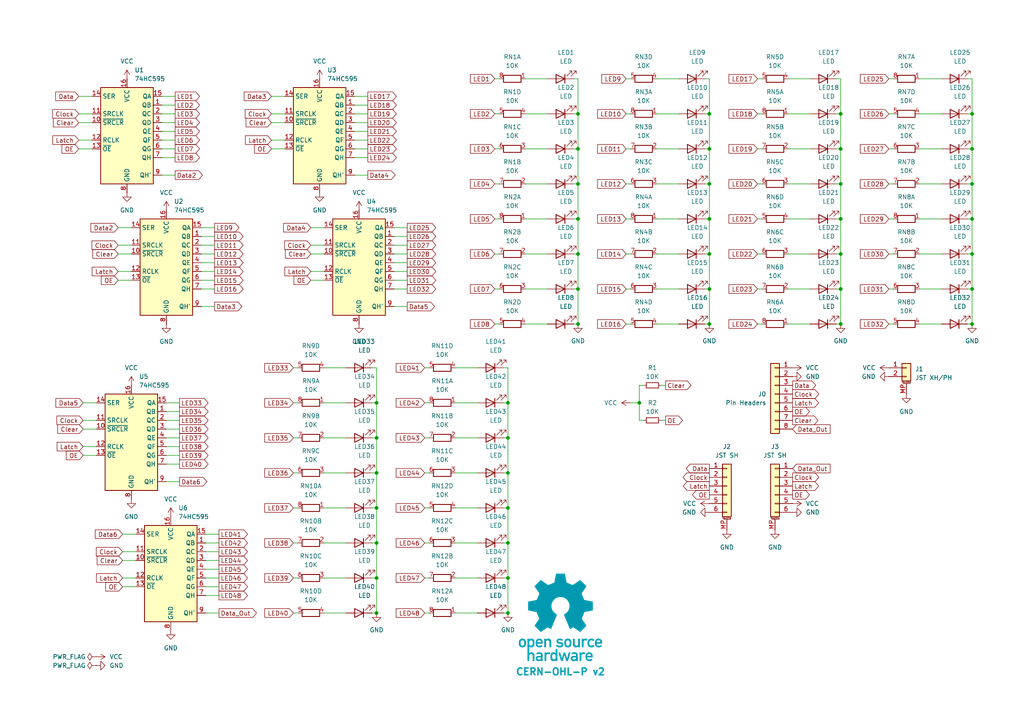
<source format=kicad_sch>
(kicad_sch (version 20231120) (generator "eeschema") (generator_version "8.0")
  (paper "A4")
  (title_block (title "74x595 Shift Register Jig") (date "2024-03-23"))
  (junction (at 147.32 127))
  (junction (at 281.94 63.5))
  (junction (at 205.74 63.5))
  (junction (at 167.64 43.18))
  (junction (at 109.22 177.8))
  (junction (at 243.84 83.82))
  (junction (at 147.32 137.16))
  (junction (at 167.64 33.02))
  (junction (at 205.74 83.82))
  (junction (at 109.22 137.16))
  (junction (at 281.94 83.82))
  (junction (at 109.22 157.48))
  (junction (at 185.42 116.84))
  (junction (at 205.74 53.34))
  (junction (at 109.22 127))
  (junction (at 281.94 93.98))
  (junction (at 205.74 93.98))
  (junction (at 243.84 53.34))
  (junction (at 205.74 43.18))
  (junction (at 205.74 73.66))
  (junction (at 243.84 33.02))
  (junction (at 281.94 33.02))
  (junction (at 147.32 116.84))
  (junction (at 147.32 147.32))
  (junction (at 281.94 43.18))
  (junction (at 243.84 43.18))
  (junction (at 147.32 157.48))
  (junction (at 167.64 53.34))
  (junction (at 147.32 167.64))
  (junction (at 281.94 73.66))
  (junction (at 205.74 33.02))
  (junction (at 147.32 177.8))
  (junction (at 109.22 147.32))
  (junction (at 167.64 63.5))
  (junction (at 167.64 83.82))
  (junction (at 167.64 93.98))
  (junction (at 167.64 73.66))
  (junction (at 281.94 53.34))
  (junction (at 109.22 167.64))
  (junction (at 109.22 116.84))
  (junction (at 243.84 93.98))
  (junction (at 243.84 73.66))
  (junction (at 243.84 63.5))
  (wire (pts (xy 59.69 162.56) (xy 63.5 162.56)))
  (wire (pts (xy 204.47 93.98) (xy 205.74 93.98)))
  (wire (pts (xy 85.09 157.48) (xy 86.36 157.48)))
  (wire (pts (xy 24.13 132.08) (xy 27.94 132.08)))
  (wire (pts (xy 58.42 73.66) (xy 62.23 73.66)))
  (wire (pts (xy 90.17 66.04) (xy 93.98 66.04)))
  (wire (pts (xy 146.05 116.84) (xy 147.32 116.84)))
  (wire (pts (xy 107.95 177.8) (xy 109.22 177.8)))
  (wire (pts (xy 266.7 22.86) (xy 273.05 22.86)))
  (wire (pts (xy 93.98 157.48) (xy 100.33 157.48)))
  (wire (pts (xy 93.98 116.84) (xy 100.33 116.84)))
  (wire (pts (xy 146.05 157.48) (xy 147.32 157.48)))
  (wire (pts (xy 123.19 127) (xy 124.46 127)))
  (wire (pts (xy 58.42 83.82) (xy 62.23 83.82)))
  (wire (pts (xy 85.09 106.68) (xy 86.36 106.68)))
  (wire (pts (xy 167.64 63.5) (xy 166.37 63.5)))
  (wire (pts (xy 205.74 22.86) (xy 205.74 33.02)))
  (wire (pts (xy 59.69 160.02) (xy 63.5 160.02)))
  (wire (pts (xy 143.51 93.98) (xy 144.78 93.98)))
  (wire (pts (xy 24.13 116.84) (xy 27.94 116.84)))
  (wire (pts (xy 167.64 53.34) (xy 166.37 53.34)))
  (wire (pts (xy 146.05 106.68) (xy 147.32 106.68)))
  (wire (pts (xy 109.22 116.84) (xy 109.22 127)))
  (wire (pts (xy 166.37 22.86) (xy 167.64 22.86)))
  (wire (pts (xy 204.47 53.34) (xy 205.74 53.34)))
  (wire (pts (xy 228.6 63.5) (xy 234.95 63.5)))
  (wire (pts (xy 59.69 172.72) (xy 63.5 172.72)))
  (wire (pts (xy 58.42 68.58) (xy 62.23 68.58)))
  (wire (pts (xy 281.94 43.18) (xy 281.94 53.34)))
  (wire (pts (xy 242.57 93.98) (xy 243.84 93.98)))
  (wire (pts (xy 257.81 33.02) (xy 259.08 33.02)))
  (wire (pts (xy 219.71 93.98) (xy 220.98 93.98)))
  (wire (pts (xy 204.47 33.02) (xy 205.74 33.02)))
  (wire (pts (xy 280.67 43.18) (xy 281.94 43.18)))
  (wire (pts (xy 280.67 63.5) (xy 281.94 63.5)))
  (wire (pts (xy 266.7 73.66) (xy 273.05 73.66)))
  (wire (pts (xy 280.67 93.98) (xy 281.94 93.98)))
  (wire (pts (xy 78.74 40.64) (xy 82.55 40.64)))
  (wire (pts (xy 58.42 66.04) (xy 62.23 66.04)))
  (wire (pts (xy 167.64 43.18) (xy 166.37 43.18)))
  (wire (pts (xy 35.56 160.02) (xy 39.37 160.02)))
  (wire (pts (xy 242.57 43.18) (xy 243.84 43.18)))
  (wire (pts (xy 35.56 154.94) (xy 39.37 154.94)))
  (wire (pts (xy 48.26 124.46) (xy 52.07 124.46)))
  (wire (pts (xy 58.42 81.28) (xy 62.23 81.28)))
  (wire (pts (xy 93.98 137.16) (xy 100.33 137.16)))
  (wire (pts (xy 152.4 33.02) (xy 158.75 33.02)))
  (wire (pts (xy 46.99 33.02) (xy 50.8 33.02)))
  (wire (pts (xy 78.74 27.94) (xy 82.55 27.94)))
  (wire (pts (xy 59.69 177.8) (xy 63.5 177.8)))
  (wire (pts (xy 102.87 35.56) (xy 106.68 35.56)))
  (wire (pts (xy 114.3 83.82) (xy 118.11 83.82)))
  (wire (pts (xy 90.17 78.74) (xy 93.98 78.74)))
  (wire (pts (xy 219.71 73.66) (xy 220.98 73.66)))
  (wire (pts (xy 114.3 76.2) (xy 118.11 76.2)))
  (wire (pts (xy 219.71 43.18) (xy 220.98 43.18)))
  (wire (pts (xy 185.42 116.84) (xy 182.88 116.84)))
  (wire (pts (xy 48.26 121.92) (xy 52.07 121.92)))
  (wire (pts (xy 107.95 167.64) (xy 109.22 167.64)))
  (wire (pts (xy 190.5 53.34) (xy 196.85 53.34)))
  (wire (pts (xy 146.05 137.16) (xy 147.32 137.16)))
  (wire (pts (xy 46.99 45.72) (xy 50.8 45.72)))
  (wire (pts (xy 147.32 157.48) (xy 147.32 167.64)))
  (wire (pts (xy 152.4 53.34) (xy 158.75 53.34)))
  (wire (pts (xy 243.84 33.02) (xy 243.84 43.18)))
  (wire (pts (xy 48.26 134.62) (xy 52.07 134.62)))
  (wire (pts (xy 242.57 33.02) (xy 243.84 33.02)))
  (wire (pts (xy 102.87 27.94) (xy 106.68 27.94)))
  (wire (pts (xy 114.3 88.9) (xy 118.11 88.9)))
  (wire (pts (xy 143.51 22.86) (xy 144.78 22.86)))
  (wire (pts (xy 132.08 177.8) (xy 138.43 177.8)))
  (wire (pts (xy 152.4 83.82) (xy 158.75 83.82)))
  (wire (pts (xy 266.7 83.82) (xy 273.05 83.82)))
  (wire (pts (xy 46.99 40.64) (xy 50.8 40.64)))
  (wire (pts (xy 35.56 167.64) (xy 39.37 167.64)))
  (wire (pts (xy 257.81 43.18) (xy 259.08 43.18)))
  (wire (pts (xy 132.08 167.64) (xy 138.43 167.64)))
  (wire (pts (xy 193.04 111.76) (xy 191.77 111.76)))
  (wire (pts (xy 242.57 53.34) (xy 243.84 53.34)))
  (wire (pts (xy 257.81 93.98) (xy 259.08 93.98)))
  (wire (pts (xy 228.6 73.66) (xy 234.95 73.66)))
  (wire (pts (xy 257.81 83.82) (xy 259.08 83.82)))
  (wire (pts (xy 34.29 71.12) (xy 38.1 71.12)))
  (wire (pts (xy 109.22 127) (xy 109.22 137.16)))
  (wire (pts (xy 107.95 106.68) (xy 109.22 106.68)))
  (wire (pts (xy 181.61 83.82) (xy 182.88 83.82)))
  (wire (pts (xy 181.61 43.18) (xy 182.88 43.18)))
  (wire (pts (xy 181.61 33.02) (xy 182.88 33.02)))
  (wire (pts (xy 46.99 30.48) (xy 50.8 30.48)))
  (wire (pts (xy 143.51 83.82) (xy 144.78 83.82)))
  (wire (pts (xy 59.69 157.48) (xy 63.5 157.48)))
  (wire (pts (xy 114.3 71.12) (xy 118.11 71.12)))
  (wire (pts (xy 281.94 53.34) (xy 281.94 63.5)))
  (wire (pts (xy 205.74 33.02) (xy 205.74 43.18)))
  (wire (pts (xy 123.19 137.16) (xy 124.46 137.16)))
  (wire (pts (xy 93.98 127) (xy 100.33 127)))
  (wire (pts (xy 204.47 83.82) (xy 205.74 83.82)))
  (wire (pts (xy 228.6 93.98) (xy 234.95 93.98)))
  (wire (pts (xy 243.84 22.86) (xy 243.84 33.02)))
  (wire (pts (xy 109.22 157.48) (xy 109.22 167.64)))
  (wire (pts (xy 257.81 22.86) (xy 259.08 22.86)))
  (wire (pts (xy 132.08 157.48) (xy 138.43 157.48)))
  (wire (pts (xy 280.67 83.82) (xy 281.94 83.82)))
  (wire (pts (xy 205.74 73.66) (xy 205.74 83.82)))
  (wire (pts (xy 46.99 38.1) (xy 50.8 38.1)))
  (wire (pts (xy 109.22 167.64) (xy 109.22 177.8)))
  (wire (pts (xy 46.99 35.56) (xy 50.8 35.56)))
  (wire (pts (xy 219.71 63.5) (xy 220.98 63.5)))
  (wire (pts (xy 107.95 137.16) (xy 109.22 137.16)))
  (wire (pts (xy 78.74 33.02) (xy 82.55 33.02)))
  (wire (pts (xy 257.81 73.66) (xy 259.08 73.66)))
  (wire (pts (xy 243.84 73.66) (xy 243.84 83.82)))
  (wire (pts (xy 114.3 73.66) (xy 118.11 73.66)))
  (wire (pts (xy 205.74 53.34) (xy 205.74 63.5)))
  (wire (pts (xy 123.19 116.84) (xy 124.46 116.84)))
  (wire (pts (xy 78.74 43.18) (xy 82.55 43.18)))
  (wire (pts (xy 48.26 129.54) (xy 52.07 129.54)))
  (wire (pts (xy 205.74 43.18) (xy 205.74 53.34)))
  (wire (pts (xy 22.86 27.94) (xy 26.67 27.94)))
  (wire (pts (xy 85.09 177.8) (xy 86.36 177.8)))
  (wire (pts (xy 167.64 63.5) (xy 167.64 73.66)))
  (wire (pts (xy 167.64 73.66) (xy 166.37 73.66)))
  (wire (pts (xy 280.67 33.02) (xy 281.94 33.02)))
  (wire (pts (xy 107.95 157.48) (xy 109.22 157.48)))
  (wire (pts (xy 147.32 127) (xy 147.32 137.16)))
  (wire (pts (xy 266.7 53.34) (xy 273.05 53.34)))
  (wire (pts (xy 24.13 129.54) (xy 27.94 129.54)))
  (wire (pts (xy 219.71 53.34) (xy 220.98 53.34)))
  (wire (pts (xy 93.98 147.32) (xy 100.33 147.32)))
  (wire (pts (xy 257.81 63.5) (xy 259.08 63.5)))
  (wire (pts (xy 147.32 137.16) (xy 147.32 147.32)))
  (wire (pts (xy 107.95 116.84) (xy 109.22 116.84)))
  (wire (pts (xy 147.32 167.64) (xy 147.32 177.8)))
  (wire (pts (xy 204.47 63.5) (xy 205.74 63.5)))
  (wire (pts (xy 181.61 63.5) (xy 182.88 63.5)))
  (wire (pts (xy 243.84 43.18) (xy 243.84 53.34)))
  (wire (pts (xy 228.6 33.02) (xy 234.95 33.02)))
  (wire (pts (xy 205.74 63.5) (xy 205.74 73.66)))
  (wire (pts (xy 59.69 167.64) (xy 63.5 167.64)))
  (wire (pts (xy 281.94 22.86) (xy 281.94 33.02)))
  (wire (pts (xy 146.05 127) (xy 147.32 127)))
  (wire (pts (xy 190.5 73.66) (xy 196.85 73.66)))
  (wire (pts (xy 109.22 106.68) (xy 109.22 116.84)))
  (wire (pts (xy 146.05 147.32) (xy 147.32 147.32)))
  (wire (pts (xy 243.84 53.34) (xy 243.84 63.5)))
  (wire (pts (xy 59.69 165.1) (xy 63.5 165.1)))
  (wire (pts (xy 190.5 63.5) (xy 196.85 63.5)))
  (wire (pts (xy 280.67 73.66) (xy 281.94 73.66)))
  (wire (pts (xy 59.69 154.94) (xy 63.5 154.94)))
  (wire (pts (xy 185.42 116.84) (xy 185.42 121.92)))
  (wire (pts (xy 190.5 43.18) (xy 196.85 43.18)))
  (wire (pts (xy 181.61 22.86) (xy 182.88 22.86)))
  (wire (pts (xy 266.7 63.5) (xy 273.05 63.5)))
  (wire (pts (xy 152.4 22.86) (xy 158.75 22.86)))
  (wire (pts (xy 34.29 81.28) (xy 38.1 81.28)))
  (wire (pts (xy 78.74 35.56) (xy 82.55 35.56)))
  (wire (pts (xy 132.08 137.16) (xy 138.43 137.16)))
  (wire (pts (xy 219.71 83.82) (xy 220.98 83.82)))
  (wire (pts (xy 281.94 33.02) (xy 281.94 43.18)))
  (wire (pts (xy 58.42 71.12) (xy 62.23 71.12)))
  (wire (pts (xy 152.4 43.18) (xy 158.75 43.18)))
  (wire (pts (xy 167.64 93.98) (xy 166.37 93.98)))
  (wire (pts (xy 114.3 66.04) (xy 118.11 66.04)))
  (wire (pts (xy 107.95 147.32) (xy 109.22 147.32)))
  (wire (pts (xy 93.98 106.68) (xy 100.33 106.68)))
  (wire (pts (xy 242.57 73.66) (xy 243.84 73.66)))
  (wire (pts (xy 90.17 71.12) (xy 93.98 71.12)))
  (wire (pts (xy 185.42 111.76) (xy 186.69 111.76)))
  (wire (pts (xy 46.99 50.8) (xy 50.8 50.8)))
  (wire (pts (xy 34.29 73.66) (xy 38.1 73.66)))
  (wire (pts (xy 109.22 137.16) (xy 109.22 147.32)))
  (wire (pts (xy 46.99 43.18) (xy 50.8 43.18)))
  (wire (pts (xy 123.19 106.68) (xy 124.46 106.68)))
  (wire (pts (xy 219.71 33.02) (xy 220.98 33.02)))
  (wire (pts (xy 204.47 43.18) (xy 205.74 43.18)))
  (wire (pts (xy 22.86 40.64) (xy 26.67 40.64)))
  (wire (pts (xy 93.98 177.8) (xy 100.33 177.8)))
  (wire (pts (xy 280.67 22.86) (xy 281.94 22.86)))
  (wire (pts (xy 190.5 83.82) (xy 196.85 83.82)))
  (wire (pts (xy 181.61 53.34) (xy 182.88 53.34)))
  (wire (pts (xy 85.09 116.84) (xy 86.36 116.84)))
  (wire (pts (xy 48.26 116.84) (xy 52.07 116.84)))
  (wire (pts (xy 143.51 53.34) (xy 144.78 53.34)))
  (wire (pts (xy 123.19 147.32) (xy 124.46 147.32)))
  (wire (pts (xy 114.3 78.74) (xy 118.11 78.74)))
  (wire (pts (xy 107.95 127) (xy 109.22 127)))
  (wire (pts (xy 35.56 162.56) (xy 39.37 162.56)))
  (wire (pts (xy 58.42 78.74) (xy 62.23 78.74)))
  (wire (pts (xy 146.05 167.64) (xy 147.32 167.64)))
  (wire (pts (xy 193.04 121.92) (xy 191.77 121.92)))
  (wire (pts (xy 147.32 147.32) (xy 147.32 157.48)))
  (wire (pts (xy 204.47 73.66) (xy 205.74 73.66)))
  (wire (pts (xy 167.64 73.66) (xy 167.64 83.82)))
  (wire (pts (xy 181.61 73.66) (xy 182.88 73.66)))
  (wire (pts (xy 147.32 116.84) (xy 147.32 127)))
  (wire (pts (xy 123.19 157.48) (xy 124.46 157.48)))
  (wire (pts (xy 242.57 22.86) (xy 243.84 22.86)))
  (wire (pts (xy 102.87 33.02) (xy 106.68 33.02)))
  (wire (pts (xy 48.26 132.08) (xy 52.07 132.08)))
  (wire (pts (xy 22.86 35.56) (xy 26.67 35.56)))
  (wire (pts (xy 109.22 147.32) (xy 109.22 157.48)))
  (wire (pts (xy 132.08 106.68) (xy 138.43 106.68)))
  (wire (pts (xy 281.94 83.82) (xy 281.94 93.98)))
  (wire (pts (xy 59.69 170.18) (xy 63.5 170.18)))
  (wire (pts (xy 167.64 33.02) (xy 167.64 43.18)))
  (wire (pts (xy 132.08 147.32) (xy 138.43 147.32)))
  (wire (pts (xy 102.87 45.72) (xy 106.68 45.72)))
  (wire (pts (xy 242.57 83.82) (xy 243.84 83.82)))
  (wire (pts (xy 58.42 76.2) (xy 62.23 76.2)))
  (wire (pts (xy 102.87 40.64) (xy 106.68 40.64)))
  (wire (pts (xy 143.51 33.02) (xy 144.78 33.02)))
  (wire (pts (xy 167.64 53.34) (xy 167.64 63.5)))
  (wire (pts (xy 22.86 43.18) (xy 26.67 43.18)))
  (wire (pts (xy 152.4 93.98) (xy 158.75 93.98)))
  (wire (pts (xy 281.94 73.66) (xy 281.94 83.82)))
  (wire (pts (xy 85.09 127) (xy 86.36 127)))
  (wire (pts (xy 143.51 43.18) (xy 144.78 43.18)))
  (wire (pts (xy 228.6 22.86) (xy 234.95 22.86)))
  (wire (pts (xy 167.64 83.82) (xy 167.64 93.98)))
  (wire (pts (xy 48.26 119.38) (xy 52.07 119.38)))
  (wire (pts (xy 34.29 78.74) (xy 38.1 78.74)))
  (wire (pts (xy 280.67 53.34) (xy 281.94 53.34)))
  (wire (pts (xy 34.29 66.04) (xy 38.1 66.04)))
  (wire (pts (xy 152.4 73.66) (xy 158.75 73.66)))
  (wire (pts (xy 243.84 63.5) (xy 243.84 73.66)))
  (wire (pts (xy 85.09 167.64) (xy 86.36 167.64)))
  (wire (pts (xy 48.26 139.7) (xy 52.07 139.7)))
  (wire (pts (xy 266.7 93.98) (xy 273.05 93.98)))
  (wire (pts (xy 146.05 177.8) (xy 147.32 177.8)))
  (wire (pts (xy 90.17 81.28) (xy 93.98 81.28)))
  (wire (pts (xy 46.99 27.94) (xy 50.8 27.94)))
  (wire (pts (xy 257.81 53.34) (xy 259.08 53.34)))
  (wire (pts (xy 167.64 33.02) (xy 166.37 33.02)))
  (wire (pts (xy 152.4 63.5) (xy 158.75 63.5)))
  (wire (pts (xy 167.64 83.82) (xy 166.37 83.82)))
  (wire (pts (xy 190.5 93.98) (xy 196.85 93.98)))
  (wire (pts (xy 185.42 111.76) (xy 185.42 116.84)))
  (wire (pts (xy 114.3 81.28) (xy 118.11 81.28)))
  (wire (pts (xy 123.19 177.8) (xy 124.46 177.8)))
  (wire (pts (xy 102.87 50.8) (xy 106.68 50.8)))
  (wire (pts (xy 205.74 83.82) (xy 205.74 93.98)))
  (wire (pts (xy 190.5 22.86) (xy 196.85 22.86)))
  (wire (pts (xy 190.5 33.02) (xy 196.85 33.02)))
  (wire (pts (xy 24.13 124.46) (xy 27.94 124.46)))
  (wire (pts (xy 93.98 167.64) (xy 100.33 167.64)))
  (wire (pts (xy 85.09 147.32) (xy 86.36 147.32)))
  (wire (pts (xy 228.6 53.34) (xy 234.95 53.34)))
  (wire (pts (xy 147.32 106.68) (xy 147.32 116.84)))
  (wire (pts (xy 243.84 83.82) (xy 243.84 93.98)))
  (wire (pts (xy 90.17 73.66) (xy 93.98 73.66)))
  (wire (pts (xy 132.08 116.84) (xy 138.43 116.84)))
  (wire (pts (xy 102.87 38.1) (xy 106.68 38.1)))
  (wire (pts (xy 228.6 83.82) (xy 234.95 83.82)))
  (wire (pts (xy 228.6 43.18) (xy 234.95 43.18)))
  (wire (pts (xy 266.7 43.18) (xy 273.05 43.18)))
  (wire (pts (xy 58.42 88.9) (xy 62.23 88.9)))
  (wire (pts (xy 85.09 137.16) (xy 86.36 137.16)))
  (wire (pts (xy 143.51 73.66) (xy 144.78 73.66)))
  (wire (pts (xy 102.87 30.48) (xy 106.68 30.48)))
  (wire (pts (xy 219.71 22.86) (xy 220.98 22.86)))
  (wire (pts (xy 143.51 63.5) (xy 144.78 63.5)))
  (wire (pts (xy 281.94 63.5) (xy 281.94 73.66)))
  (wire (pts (xy 123.19 167.64) (xy 124.46 167.64)))
  (wire (pts (xy 242.57 63.5) (xy 243.84 63.5)))
  (wire (pts (xy 132.08 127) (xy 138.43 127)))
  (wire (pts (xy 266.7 33.02) (xy 273.05 33.02)))
  (wire (pts (xy 24.13 121.92) (xy 27.94 121.92)))
  (wire (pts (xy 167.64 22.86) (xy 167.64 33.02)))
  (wire (pts (xy 181.61 93.98) (xy 182.88 93.98)))
  (wire (pts (xy 102.87 43.18) (xy 106.68 43.18)))
  (wire (pts (xy 114.3 68.58) (xy 118.11 68.58)))
  (wire (pts (xy 35.56 170.18) (xy 39.37 170.18)))
  (wire (pts (xy 48.26 127) (xy 52.07 127)))
  (wire (pts (xy 22.86 33.02) (xy 26.67 33.02)))
  (wire (pts (xy 204.47 22.86) (xy 205.74 22.86)))
  (wire (pts (xy 186.69 121.92) (xy 185.42 121.92)))
  (wire (pts (xy 167.64 43.18) (xy 167.64 53.34)))
  (image (at 162.56 179.07) (scale 0.37481))
  (text "CERN-OHL-P v2" (at 162.56 195.072 0) (effects (font (size 2 2) (thickness 0.4) (bold yes))))
  (global_label "Data6" (shape output) (at 52.07 139.7 0) (property "Intersheetrefs" "${INTERSHEET_REFS}" (effects (hide yes))))
  (global_label "LED18" (shape input) (at 219.71 33.02 180) (property "Intersheetrefs" "${INTERSHEET_REFS}" (effects (hide yes))))
  (global_label "LED10" (shape input) (at 181.61 33.02 180) (property "Intersheetrefs" "${INTERSHEET_REFS}" (effects (hide yes))))
  (global_label "Latch" (shape input) (at 78.74 40.64 180) (property "Intersheetrefs" "${INTERSHEET_REFS}" (effects (hide yes))))
  (global_label "LED17" (shape input) (at 219.71 22.86 180) (property "Intersheetrefs" "${INTERSHEET_REFS}" (effects (hide yes))))
  (global_label "Latch" (shape input) (at 24.13 129.54 180) (property "Intersheetrefs" "${INTERSHEET_REFS}" (effects (hide yes))))
  (global_label "LED34" (shape output) (at 52.07 119.38 0) (property "Intersheetrefs" "${INTERSHEET_REFS}" (effects (hide yes))))
  (global_label "Latch" (shape input) (at 35.56 167.64 180) (property "Intersheetrefs" "${INTERSHEET_REFS}" (effects (hide yes))))
  (global_label "LED46" (shape output) (at 63.5 167.64 0) (property "Intersheetrefs" "${INTERSHEET_REFS}" (effects (hide yes))))
  (global_label "LED41" (shape input) (at 123.19 106.68 180) (property "Intersheetrefs" "${INTERSHEET_REFS}" (effects (hide yes))))
  (global_label "LED42" (shape output) (at 63.5 157.48 0) (property "Intersheetrefs" "${INTERSHEET_REFS}" (effects (hide yes))))
  (global_label "LED47" (shape output) (at 63.5 170.18 0) (property "Intersheetrefs" "${INTERSHEET_REFS}" (effects (hide yes))))
  (global_label "LED35" (shape input) (at 85.09 127 180) (property "Intersheetrefs" "${INTERSHEET_REFS}" (effects (hide yes))))
  (global_label "LED45" (shape input) (at 123.19 147.32 180) (property "Intersheetrefs" "${INTERSHEET_REFS}" (effects (hide yes))))
  (global_label "LED29" (shape output) (at 118.11 76.2 0) (property "Intersheetrefs" "${INTERSHEET_REFS}" (effects (hide yes))))
  (global_label "LED15" (shape input) (at 181.61 83.82 180) (property "Intersheetrefs" "${INTERSHEET_REFS}" (effects (hide yes))))
  (global_label "LED9" (shape input) (at 181.61 22.86 180) (property "Intersheetrefs" "${INTERSHEET_REFS}" (effects (hide yes))))
  (global_label "Data2" (shape input) (at 34.29 66.04 180) (property "Intersheetrefs" "${INTERSHEET_REFS}" (effects (hide yes))))
  (global_label "Clear" (shape input) (at 34.29 73.66 180) (property "Intersheetrefs" "${INTERSHEET_REFS}" (effects (hide yes))))
  (global_label "LED30" (shape input) (at 257.81 73.66 180) (property "Intersheetrefs" "${INTERSHEET_REFS}" (effects (hide yes))))
  (global_label "LED22" (shape input) (at 219.71 73.66 180) (property "Intersheetrefs" "${INTERSHEET_REFS}" (effects (hide yes))))
  (global_label "LED13" (shape input) (at 181.61 63.5 180) (property "Intersheetrefs" "${INTERSHEET_REFS}" (effects (hide yes))))
  (global_label "LED8" (shape output) (at 50.8 45.72 0) (property "Intersheetrefs" "${INTERSHEET_REFS}" (effects (hide yes))))
  (global_label "LED15" (shape output) (at 62.23 81.28 0) (property "Intersheetrefs" "${INTERSHEET_REFS}" (effects (hide yes))))
  (global_label "Latch" (shape output) (at 229.87 140.97 0) (property "Intersheetrefs" "${INTERSHEET_REFS}" (effects (hide yes))))
  (global_label "Clock" (shape input) (at 78.74 33.02 180) (property "Intersheetrefs" "${INTERSHEET_REFS}" (effects (hide yes))))
  (global_label "LED2" (shape output) (at 50.8 30.48 0) (property "Intersheetrefs" "${INTERSHEET_REFS}" (effects (hide yes))))
  (global_label "Data2" (shape output) (at 50.8 50.8 0) (property "Intersheetrefs" "${INTERSHEET_REFS}" (effects (hide yes))))
  (global_label "LED21" (shape output) (at 106.68 38.1 0) (property "Intersheetrefs" "${INTERSHEET_REFS}" (effects (hide yes))))
  (global_label "Data_Out" (shape input) (at 229.87 124.46 0) (property "Intersheetrefs" "${INTERSHEET_REFS}" (effects (hide yes))))
  (global_label "LED7" (shape input) (at 143.51 83.82 180) (property "Intersheetrefs" "${INTERSHEET_REFS}" (effects (hide yes))))
  (global_label "LED33" (shape input) (at 85.09 106.68 180) (property "Intersheetrefs" "${INTERSHEET_REFS}" (effects (hide yes))))
  (global_label "LED7" (shape output) (at 50.8 43.18 0) (property "Intersheetrefs" "${INTERSHEET_REFS}" (effects (hide yes))))
  (global_label "Clear" (shape input) (at 22.86 35.56 180) (property "Intersheetrefs" "${INTERSHEET_REFS}" (effects (hide yes))))
  (global_label "LED45" (shape output) (at 63.5 165.1 0) (property "Intersheetrefs" "${INTERSHEET_REFS}" (effects (hide yes))))
  (global_label "LED13" (shape output) (at 62.23 76.2 0) (property "Intersheetrefs" "${INTERSHEET_REFS}" (effects (hide yes))))
  (global_label "LED6" (shape input) (at 143.51 73.66 180) (property "Intersheetrefs" "${INTERSHEET_REFS}" (effects (hide yes))))
  (global_label "Clock" (shape input) (at 90.17 71.12 180) (property "Intersheetrefs" "${INTERSHEET_REFS}" (effects (hide yes))))
  (global_label "LED47" (shape input) (at 123.19 167.64 180) (property "Intersheetrefs" "${INTERSHEET_REFS}" (effects (hide yes))))
  (global_label "LED36" (shape output) (at 52.07 124.46 0) (property "Intersheetrefs" "${INTERSHEET_REFS}" (effects (hide yes))))
  (global_label "LED4" (shape input) (at 143.51 53.34 180) (property "Intersheetrefs" "${INTERSHEET_REFS}" (effects (hide yes))))
  (global_label "LED9" (shape output) (at 62.23 66.04 0) (property "Intersheetrefs" "${INTERSHEET_REFS}" (effects (hide yes))))
  (global_label "LED44" (shape input) (at 123.19 137.16 180) (property "Intersheetrefs" "${INTERSHEET_REFS}" (effects (hide yes))))
  (global_label "LED5" (shape input) (at 143.51 63.5 180) (property "Intersheetrefs" "${INTERSHEET_REFS}" (effects (hide yes))))
  (global_label "LED18" (shape output) (at 106.68 30.48 0) (property "Intersheetrefs" "${INTERSHEET_REFS}" (effects (hide yes))))
  (global_label "Clear" (shape input) (at 78.74 35.56 180) (property "Intersheetrefs" "${INTERSHEET_REFS}" (effects (hide yes))))
  (global_label "LED10" (shape output) (at 62.23 68.58 0) (property "Intersheetrefs" "${INTERSHEET_REFS}" (effects (hide yes))))
  (global_label "LED16" (shape input) (at 181.61 93.98 180) (property "Intersheetrefs" "${INTERSHEET_REFS}" (effects (hide yes))))
  (global_label "Data_Out" (shape output) (at 63.5 177.8 0) (property "Intersheetrefs" "${INTERSHEET_REFS}" (effects (hide yes))))
  (global_label "Clear" (shape input) (at 90.17 73.66 180) (property "Intersheetrefs" "${INTERSHEET_REFS}" (effects (hide yes))))
  (global_label "LED31" (shape output) (at 118.11 81.28 0) (property "Intersheetrefs" "${INTERSHEET_REFS}" (effects (hide yes))))
  (global_label "LED12" (shape input) (at 181.61 53.34 180) (property "Intersheetrefs" "${INTERSHEET_REFS}" (effects (hide yes))))
  (global_label "LED30" (shape output) (at 118.11 78.74 0) (property "Intersheetrefs" "${INTERSHEET_REFS}" (effects (hide yes))))
  (global_label "LED23" (shape output) (at 106.68 43.18 0) (property "Intersheetrefs" "${INTERSHEET_REFS}" (effects (hide yes))))
  (global_label "OE" (shape input) (at 24.13 132.08 180) (property "Intersheetrefs" "${INTERSHEET_REFS}" (effects (hide yes))))
  (global_label "OE" (shape output) (at 229.87 143.51 0) (property "Intersheetrefs" "${INTERSHEET_REFS}" (effects (hide yes))))
  (global_label "LED43" (shape output) (at 63.5 160.02 0) (property "Intersheetrefs" "${INTERSHEET_REFS}" (effects (hide yes))))
  (global_label "LED24" (shape output) (at 106.68 45.72 0) (property "Intersheetrefs" "${INTERSHEET_REFS}" (effects (hide yes))))
  (global_label "LED28" (shape input) (at 257.81 53.34 180) (property "Intersheetrefs" "${INTERSHEET_REFS}" (effects (hide yes))))
  (global_label "LED35" (shape output) (at 52.07 121.92 0) (property "Intersheetrefs" "${INTERSHEET_REFS}" (effects (hide yes))))
  (global_label "LED32" (shape input) (at 257.81 93.98 180) (property "Intersheetrefs" "${INTERSHEET_REFS}" (effects (hide yes))))
  (global_label "Clock" (shape output) (at 229.87 114.3 0) (property "Intersheetrefs" "${INTERSHEET_REFS}" (effects (hide yes))))
  (global_label "LED17" (shape output) (at 106.68 27.94 0) (property "Intersheetrefs" "${INTERSHEET_REFS}" (effects (hide yes))))
  (global_label "LED32" (shape output) (at 118.11 83.82 0) (property "Intersheetrefs" "${INTERSHEET_REFS}" (effects (hide yes))))
  (global_label "LED20" (shape input) (at 219.71 53.34 180) (property "Intersheetrefs" "${INTERSHEET_REFS}" (effects (hide yes))))
  (global_label "Data5" (shape output) (at 118.11 88.9 0) (property "Intersheetrefs" "${INTERSHEET_REFS}" (effects (hide yes))))
  (global_label "LED24" (shape input) (at 219.71 93.98 180) (property "Intersheetrefs" "${INTERSHEET_REFS}" (effects (hide yes))))
  (global_label "LED26" (shape output) (at 118.11 68.58 0) (property "Intersheetrefs" "${INTERSHEET_REFS}" (effects (hide yes))))
  (global_label "Data3" (shape output) (at 62.23 88.9 0) (property "Intersheetrefs" "${INTERSHEET_REFS}" (effects (hide yes))))
  (global_label "LED40" (shape output) (at 52.07 134.62 0) (property "Intersheetrefs" "${INTERSHEET_REFS}" (effects (hide yes))))
  (global_label "LED25" (shape input) (at 257.81 22.86 180) (property "Intersheetrefs" "${INTERSHEET_REFS}" (effects (hide yes))))
  (global_label "LED5" (shape output) (at 50.8 38.1 0) (property "Intersheetrefs" "${INTERSHEET_REFS}" (effects (hide yes))))
  (global_label "Data" (shape output) (at 229.87 111.76 0) (property "Intersheetrefs" "${INTERSHEET_REFS}" (effects (hide yes))))
  (global_label "LED38" (shape output) (at 52.07 129.54 0) (property "Intersheetrefs" "${INTERSHEET_REFS}" (effects (hide yes))))
  (global_label "LED38" (shape input) (at 85.09 157.48 180) (property "Intersheetrefs" "${INTERSHEET_REFS}" (effects (hide yes))))
  (global_label "Data4" (shape output) (at 106.68 50.8 0) (property "Intersheetrefs" "${INTERSHEET_REFS}" (effects (hide yes))))
  (global_label "Clear" (shape output) (at 193.04 111.76 0) (property "Intersheetrefs" "${INTERSHEET_REFS}" (effects (hide yes))))
  (global_label "OE" (shape input) (at 34.29 81.28 180) (property "Intersheetrefs" "${INTERSHEET_REFS}" (effects (hide yes))))
  (global_label "LED44" (shape output) (at 63.5 162.56 0) (property "Intersheetrefs" "${INTERSHEET_REFS}" (effects (hide yes))))
  (global_label "LED36" (shape input) (at 85.09 137.16 180) (property "Intersheetrefs" "${INTERSHEET_REFS}" (effects (hide yes))))
  (global_label "LED37" (shape output) (at 52.07 127 0) (property "Intersheetrefs" "${INTERSHEET_REFS}" (effects (hide yes))))
  (global_label "LED8" (shape input) (at 143.51 93.98 180) (property "Intersheetrefs" "${INTERSHEET_REFS}" (effects (hide yes))))
  (global_label "LED31" (shape input) (at 257.81 83.82 180) (property "Intersheetrefs" "${INTERSHEET_REFS}" (effects (hide yes))))
  (global_label "Latch" (shape input) (at 34.29 78.74 180) (property "Intersheetrefs" "${INTERSHEET_REFS}" (effects (hide yes))))
  (global_label "LED37" (shape input) (at 85.09 147.32 180) (property "Intersheetrefs" "${INTERSHEET_REFS}" (effects (hide yes))))
  (global_label "LED2" (shape input) (at 143.51 33.02 180) (property "Intersheetrefs" "${INTERSHEET_REFS}" (effects (hide yes))))
  (global_label "Data3" (shape input) (at 78.74 27.94 180) (property "Intersheetrefs" "${INTERSHEET_REFS}" (effects (hide yes))))
  (global_label "Latch" (shape input) (at 22.86 40.64 180) (property "Intersheetrefs" "${INTERSHEET_REFS}" (effects (hide yes))))
  (global_label "LED48" (shape output) (at 63.5 172.72 0) (property "Intersheetrefs" "${INTERSHEET_REFS}" (effects (hide yes))))
  (global_label "Clock" (shape output) (at 229.87 138.43 0) (property "Intersheetrefs" "${INTERSHEET_REFS}" (effects (hide yes))))
  (global_label "OE" (shape input) (at 22.86 43.18 180) (property "Intersheetrefs" "${INTERSHEET_REFS}" (effects (hide yes))))
  (global_label "LED27" (shape input) (at 257.81 43.18 180) (property "Intersheetrefs" "${INTERSHEET_REFS}" (effects (hide yes))))
  (global_label "LED48" (shape input) (at 123.19 177.8 180) (property "Intersheetrefs" "${INTERSHEET_REFS}" (effects (hide yes))))
  (global_label "Data4" (shape input) (at 90.17 66.04 180) (property "Intersheetrefs" "${INTERSHEET_REFS}" (effects (hide yes))))
  (global_label "LED34" (shape input) (at 85.09 116.84 180) (property "Intersheetrefs" "${INTERSHEET_REFS}" (effects (hide yes))))
  (global_label "Clear" (shape output) (at 229.87 121.92 0) (property "Intersheetrefs" "${INTERSHEET_REFS}" (effects (hide yes))))
  (global_label "Clear" (shape input) (at 24.13 124.46 180) (property "Intersheetrefs" "${INTERSHEET_REFS}" (effects (hide yes))))
  (global_label "LED29" (shape input) (at 257.81 63.5 180) (property "Intersheetrefs" "${INTERSHEET_REFS}" (effects (hide yes))))
  (global_label "Data5" (shape input) (at 24.13 116.84 180) (property "Intersheetrefs" "${INTERSHEET_REFS}" (effects (hide yes))))
  (global_label "LED21" (shape input) (at 219.71 63.5 180) (property "Intersheetrefs" "${INTERSHEET_REFS}" (effects (hide yes))))
  (global_label "Clear" (shape input) (at 35.56 162.56 180) (property "Intersheetrefs" "${INTERSHEET_REFS}" (effects (hide yes))))
  (global_label "Data6" (shape input) (at 35.56 154.94 180) (property "Intersheetrefs" "${INTERSHEET_REFS}" (effects (hide yes))))
  (global_label "LED20" (shape output) (at 106.68 35.56 0) (property "Intersheetrefs" "${INTERSHEET_REFS}" (effects (hide yes))))
  (global_label "LED12" (shape output) (at 62.23 73.66 0) (property "Intersheetrefs" "${INTERSHEET_REFS}" (effects (hide yes))))
  (global_label "LED16" (shape output) (at 62.23 83.82 0) (property "Intersheetrefs" "${INTERSHEET_REFS}" (effects (hide yes))))
  (global_label "LED28" (shape output) (at 118.11 73.66 0) (property "Intersheetrefs" "${INTERSHEET_REFS}" (effects (hide yes))))
  (global_label "Clock" (shape input) (at 35.56 160.02 180) (property "Intersheetrefs" "${INTERSHEET_REFS}" (effects (hide yes))))
  (global_label "LED4" (shape output) (at 50.8 35.56 0) (property "Intersheetrefs" "${INTERSHEET_REFS}" (effects (hide yes))))
  (global_label "LED3" (shape output) (at 50.8 33.02 0) (property "Intersheetrefs" "${INTERSHEET_REFS}" (effects (hide yes))))
  (global_label "OE" (shape input) (at 78.74 43.18 180) (property "Intersheetrefs" "${INTERSHEET_REFS}" (effects (hide yes))))
  (global_label "LED27" (shape output) (at 118.11 71.12 0) (property "Intersheetrefs" "${INTERSHEET_REFS}" (effects (hide yes))))
  (global_label "Latch" (shape output) (at 229.87 116.84 0) (property "Intersheetrefs" "${INTERSHEET_REFS}" (effects (hide yes))))
  (global_label "LED19" (shape output) (at 106.68 33.02 0) (property "Intersheetrefs" "${INTERSHEET_REFS}" (effects (hide yes))))
  (global_label "Data_Out" (shape input) (at 229.87 135.89 0) (property "Intersheetrefs" "${INTERSHEET_REFS}" (effects (hide yes))))
  (global_label "LED1" (shape input) (at 143.51 22.86 180) (property "Intersheetrefs" "${INTERSHEET_REFS}" (effects (hide yes))))
  (global_label "Clock" (shape input) (at 34.29 71.12 180) (property "Intersheetrefs" "${INTERSHEET_REFS}" (effects (hide yes))))
  (global_label "LED25" (shape output) (at 118.11 66.04 0) (property "Intersheetrefs" "${INTERSHEET_REFS}" (effects (hide yes))))
  (global_label "LED41" (shape output) (at 63.5 154.94 0) (property "Intersheetrefs" "${INTERSHEET_REFS}" (effects (hide yes))))
  (global_label "OE" (shape output) (at 229.87 119.38 0) (property "Intersheetrefs" "${INTERSHEET_REFS}" (effects (hide yes))))
  (global_label "OE" (shape input) (at 35.56 170.18 180) (property "Intersheetrefs" "${INTERSHEET_REFS}" (effects (hide yes))))
  (global_label "Clock" (shape input) (at 22.86 33.02 180) (property "Intersheetrefs" "${INTERSHEET_REFS}" (effects (hide yes))))
  (global_label "OE" (shape output) (at 193.04 121.92 0) (property "Intersheetrefs" "${INTERSHEET_REFS}" (effects (hide yes))))
  (global_label "Data" (shape output) (at 205.74 135.89 180) (property "Intersheetrefs" "${INTERSHEET_REFS}" (effects (hide yes))))
  (global_label "LED33" (shape output) (at 52.07 116.84 0) (property "Intersheetrefs" "${INTERSHEET_REFS}" (effects (hide yes))))
  (global_label "LED19" (shape input) (at 219.71 43.18 180) (property "Intersheetrefs" "${INTERSHEET_REFS}" (effects (hide yes))))
  (global_label "LED26" (shape input) (at 257.81 33.02 180) (property "Intersheetrefs" "${INTERSHEET_REFS}" (effects (hide yes))))
  (global_label "LED14" (shape output) (at 62.23 78.74 0) (property "Intersheetrefs" "${INTERSHEET_REFS}" (effects (hide yes))))
  (global_label "Data" (shape input) (at 22.86 27.94 180) (property "Intersheetrefs" "${INTERSHEET_REFS}" (effects (hide yes))))
  (global_label "LED42" (shape input) (at 123.19 116.84 180) (property "Intersheetrefs" "${INTERSHEET_REFS}" (effects (hide yes))))
  (global_label "Latch" (shape input) (at 90.17 78.74 180) (property "Intersheetrefs" "${INTERSHEET_REFS}" (effects (hide yes))))
  (global_label "LED39" (shape input) (at 85.09 167.64 180) (property "Intersheetrefs" "${INTERSHEET_REFS}" (effects (hide yes))))
  (global_label "OE" (shape output) (at 205.74 143.51 180) (property "Intersheetrefs" "${INTERSHEET_REFS}" (effects (hide yes))))
  (global_label "LED22" (shape output) (at 106.68 40.64 0) (property "Intersheetrefs" "${INTERSHEET_REFS}" (effects (hide yes))))
  (global_label "LED46" (shape input) (at 123.19 157.48 180) (property "Intersheetrefs" "${INTERSHEET_REFS}" (effects (hide yes))))
  (global_label "LED11" (shape output) (at 62.23 71.12 0) (property "Intersheetrefs" "${INTERSHEET_REFS}" (effects (hide yes))))
  (global_label "Clock" (shape output) (at 205.74 138.43 180) (property "Intersheetrefs" "${INTERSHEET_REFS}" (effects (hide yes))))
  (global_label "LED1" (shape output) (at 50.8 27.94 0) (property "Intersheetrefs" "${INTERSHEET_REFS}" (effects (hide yes))))
  (global_label "LED40" (shape input) (at 85.09 177.8 180) (property "Intersheetrefs" "${INTERSHEET_REFS}" (effects (hide yes))))
  (global_label "OE" (shape input) (at 90.17 81.28 180) (property "Intersheetrefs" "${INTERSHEET_REFS}" (effects (hide yes))))
  (global_label "LED39" (shape output) (at 52.07 132.08 0) (property "Intersheetrefs" "${INTERSHEET_REFS}" (effects (hide yes))))
  (global_label "LED3" (shape input) (at 143.51 43.18 180) (property "Intersheetrefs" "${INTERSHEET_REFS}" (effects (hide yes))))
  (global_label "LED6" (shape output) (at 50.8 40.64 0) (property "Intersheetrefs" "${INTERSHEET_REFS}" (effects (hide yes))))
  (global_label "Latch" (shape output) (at 205.74 140.97 180) (property "Intersheetrefs" "${INTERSHEET_REFS}" (effects (hide yes))))
  (global_label "LED23" (shape input) (at 219.71 83.82 180) (property "Intersheetrefs" "${INTERSHEET_REFS}" (effects (hide yes))))
  (global_label "LED14" (shape input) (at 181.61 73.66 180) (property "Intersheetrefs" "${INTERSHEET_REFS}" (effects (hide yes))))
  (global_label "LED43" (shape input) (at 123.19 127 180) (property "Intersheetrefs" "${INTERSHEET_REFS}" (effects (hide yes))))
  (global_label "LED11" (shape input) (at 181.61 43.18 180) (property "Intersheetrefs" "${INTERSHEET_REFS}" (effects (hide yes))))
  (global_label "Clock" (shape input) (at 24.13 121.92 180) (property "Intersheetrefs" "${INTERSHEET_REFS}" (effects (hide yes))))
  (symbol (lib_id "Device:LED") (at 162.56 22.86 180) (unit 1)
    (property "Reference" "LED1" (at 164.1475 15.24 0))
    (property "Value" "LED" (at 164.1475 17.78 0))
    (property "Footprint" "custom:LED_0603_1608Metric_Pad1.05x0.95mm_HandSolder_simple" (effects (hide yes)))
    (property "Description" "Light emitting diode" (effects (hide yes)))
  )
  (symbol (lib_id "Device:LED") (at 142.24 147.32 180) (unit 1)
    (property "Reference" "LED45" (at 143.8275 139.7 0))
    (property "Value" "LED" (at 143.8275 142.24 0))
    (property "Footprint" "custom:LED_0603_1608Metric_Pad1.05x0.95mm_HandSolder_simple" (effects (hide yes)))
    (property "Description" "Light emitting diode" (effects (hide yes)))
  )
  (symbol (lib_id "power:VCC") (at 92.71 22.86 0) (unit 1)
    (property "Reference" "#PWR03" (effects (hide yes)))
    (property "Value" "VCC" (at 92.71 17.78 0))
    (property "Description" "Power symbol creates a global label with name \"VCC\"" (effects (hide yes)))
  )
  (symbol (lib_name "R_Pack04_Split_1") (lib_id "Device:R_Pack04_Split") (at 128.27 116.84 90) (unit 1)
    (property "Reference" "RN11" (at 128.27 110.49 90))
    (property "Value" "10K" (at 128.27 113.03 90))
    (property "Footprint" "Resistor_SMD:R_Array_Convex_4x0603" (effects (hide yes)))
    (property "Description" "4 resistor network, parallel topology, split" (effects (hide yes)))
  )
  (symbol (lib_id "power:GND") (at 224.79 153.67 0) (mirror y) (unit 1)
    (property "Reference" "#PWR029" (effects (hide yes)))
    (property "Value" "GND" (at 224.79 158.75 0))
    (property "Description" "Power symbol creates a global label with name \"GND\" , ground" (effects (hide yes)))
  )
  (symbol (lib_id "Device:R_Pack04_Split") (at 224.79 22.86 90) (unit 4)
    (property "Reference" "RN5" (at 224.79 16.51 90))
    (property "Value" "10K" (at 224.79 19.05 90))
    (property "Footprint" "Resistor_SMD:R_Array_Convex_4x0603" (effects (hide yes)))
    (property "Description" "4 resistor network, parallel topology, split" (effects (hide yes)))
  )
  (symbol (lib_id "Device:LED") (at 104.14 127 180) (unit 1)
    (property "Reference" "LED35" (at 105.7275 119.38 0))
    (property "Value" "LED" (at 105.7275 121.92 0))
    (property "Footprint" "custom:LED_0603_1608Metric_Pad1.05x0.95mm_HandSolder_simple" (effects (hide yes)))
    (property "Description" "Light emitting diode" (effects (hide yes)))
  )
  (symbol (lib_id "Device:LED") (at 200.66 33.02 180) (unit 1)
    (property "Reference" "LED10" (at 202.2475 25.4 0))
    (property "Value" "LED" (at 202.2475 27.94 0))
    (property "Footprint" "custom:LED_0603_1608Metric_Pad1.05x0.95mm_HandSolder_simple" (effects (hide yes)))
    (property "Description" "Light emitting diode" (effects (hide yes)))
  )
  (symbol (lib_id "74xx:74HC595") (at 49.53 165.1 0) (unit 1)
    (property "Reference" "U6" (at 51.7241 147.32 0) (effects (justify left)))
    (property "Value" "74HC595" (at 51.7241 149.86 0) (effects (justify left)))
    (property "Footprint" "Package_SO:SOIC-16_3.9x9.9mm_P1.27mm" (effects (hide yes)))
    (property "Datasheet" "http://www.ti.com/lit/ds/symlink/sn74hc595.pdf" (effects (hide yes)))
    (property "Description" "8-bit serial in/out Shift Register 3-State Outputs" (effects (hide yes)))
  )
  (symbol (lib_id "power:VCC") (at 229.87 106.68 270) (mirror x) (unit 1)
    (property "Reference" "#PWR09" (effects (hide yes)))
    (property "Value" "VCC" (at 233.68 106.6799 90) (effects (justify left)))
    (property "Description" "Power symbol creates a global label with name \"VCC\"" (effects (hide yes)))
  )
  (symbol (lib_id "Device:R_Pack04_Split") (at 90.17 147.32 90) (unit 1)
    (property "Reference" "RN10" (at 90.17 140.97 90))
    (property "Value" "10K" (at 90.17 143.51 90))
    (property "Footprint" "Resistor_SMD:R_Array_Convex_4x0603" (effects (hide yes)))
    (property "Description" "4 resistor network, parallel topology, split" (effects (hide yes)))
  )
  (symbol (lib_id "Device:R_Pack04_Split") (at 186.69 73.66 90) (unit 2)
    (property "Reference" "RN4" (at 186.69 67.31 90))
    (property "Value" "10K" (at 186.69 69.85 90))
    (property "Footprint" "Resistor_SMD:R_Array_Convex_4x0603" (effects (hide yes)))
    (property "Description" "4 resistor network, parallel topology, split" (effects (hide yes)))
  )
  (symbol (lib_id "Device:LED") (at 276.86 22.86 180) (unit 1)
    (property "Reference" "LED25" (at 278.4475 15.24 0))
    (property "Value" "LED" (at 278.4475 17.78 0))
    (property "Footprint" "custom:LED_0603_1608Metric_Pad1.05x0.95mm_HandSolder_simple" (effects (hide yes)))
    (property "Description" "Light emitting diode" (effects (hide yes)))
  )
  (symbol (lib_id "power:GND") (at 257.81 109.22 270) (unit 1)
    (property "Reference" "#PWR031" (effects (hide yes)))
    (property "Value" "GND" (at 254 109.2199 90) (effects (justify right)))
    (property "Description" "Power symbol creates a global label with name \"GND\" , ground" (effects (hide yes)))
  )
  (symbol (lib_id "Device:LED") (at 142.24 116.84 180) (unit 1)
    (property "Reference" "LED42" (at 143.8275 109.22 0))
    (property "Value" "LED" (at 143.8275 111.76 0))
    (property "Footprint" "custom:LED_0603_1608Metric_Pad1.05x0.95mm_HandSolder_simple" (effects (hide yes)))
    (property "Description" "Light emitting diode" (effects (hide yes)))
  )
  (symbol (lib_id "Device:LED") (at 162.56 83.82 180) (unit 1)
    (property "Reference" "LED7" (at 164.1475 76.2 0))
    (property "Value" "LED" (at 164.1475 78.74 0))
    (property "Footprint" "custom:LED_0603_1608Metric_Pad1.05x0.95mm_HandSolder_simple" (effects (hide yes)))
    (property "Description" "Light emitting diode" (effects (hide yes)))
  )
  (symbol (lib_id "power:VCC") (at 182.88 116.84 90) (unit 1)
    (property "Reference" "#PWR08" (effects (hide yes)))
    (property "Value" "VCC" (at 179.07 116.8399 90) (effects (justify left)))
    (property "Description" "Power symbol creates a global label with name \"VCC\"" (effects (hide yes)))
  )
  (symbol (lib_id "Device:LED") (at 238.76 63.5 180) (unit 1)
    (property "Reference" "LED21" (at 240.3475 55.88 0))
    (property "Value" "LED" (at 240.3475 58.42 0))
    (property "Footprint" "custom:LED_0603_1608Metric_Pad1.05x0.95mm_HandSolder_simple" (effects (hide yes)))
    (property "Description" "Light emitting diode" (effects (hide yes)))
  )
  (symbol (lib_id "Device:R_Pack04_Split") (at 224.79 73.66 90) (unit 3)
    (property "Reference" "RN6" (at 224.79 67.31 90))
    (property "Value" "10K" (at 224.79 69.85 90))
    (property "Footprint" "Resistor_SMD:R_Array_Convex_4x0603" (effects (hide yes)))
    (property "Description" "4 resistor network, parallel topology, split" (effects (hide yes)))
  )
  (symbol (lib_id "Device:LED") (at 162.56 73.66 180) (unit 1)
    (property "Reference" "LED6" (at 164.1475 66.04 0))
    (property "Value" "LED" (at 164.1475 68.58 0))
    (property "Footprint" "custom:LED_0603_1608Metric_Pad1.05x0.95mm_HandSolder_simple" (effects (hide yes)))
    (property "Description" "Light emitting diode" (effects (hide yes)))
  )
  (symbol (lib_id "Device:LED") (at 276.86 73.66 180) (unit 1)
    (property "Reference" "LED30" (at 278.4475 66.04 0))
    (property "Value" "LED" (at 278.4475 68.58 0))
    (property "Footprint" "custom:LED_0603_1608Metric_Pad1.05x0.95mm_HandSolder_simple" (effects (hide yes)))
    (property "Description" "Light emitting diode" (effects (hide yes)))
  )
  (symbol (lib_id "Device:LED") (at 276.86 83.82 180) (unit 1)
    (property "Reference" "LED31" (at 278.4475 76.2 0))
    (property "Value" "LED" (at 278.4475 78.74 0))
    (property "Footprint" "custom:LED_0603_1608Metric_Pad1.05x0.95mm_HandSolder_simple" (effects (hide yes)))
    (property "Description" "Light emitting diode" (effects (hide yes)))
  )
  (symbol (lib_id "74xx:74HC595") (at 92.71 38.1 0) (unit 1)
    (property "Reference" "U3" (at 94.9041 20.32 0) (effects (justify left)))
    (property "Value" "74HC595" (at 94.9041 22.86 0) (effects (justify left)))
    (property "Footprint" "Package_SO:SOIC-16_3.9x9.9mm_P1.27mm" (effects (hide yes)))
    (property "Datasheet" "http://www.ti.com/lit/ds/symlink/sn74hc595.pdf" (effects (hide yes)))
    (property "Description" "8-bit serial in/out Shift Register 3-State Outputs" (effects (hide yes)))
  )
  (symbol (lib_id "Device:LED") (at 200.66 63.5 180) (unit 1)
    (property "Reference" "LED13" (at 202.2475 55.88 0))
    (property "Value" "LED" (at 202.2475 58.42 0))
    (property "Footprint" "custom:LED_0603_1608Metric_Pad1.05x0.95mm_HandSolder_simple" (effects (hide yes)))
    (property "Description" "Light emitting diode" (effects (hide yes)))
  )
  (symbol (lib_id "power:VCC") (at 257.81 106.68 90) (mirror x) (unit 1)
    (property "Reference" "#PWR030" (effects (hide yes)))
    (property "Value" "VCC" (at 254 106.6799 90) (effects (justify left)))
    (property "Description" "Power symbol creates a global label with name \"VCC\"" (effects (hide yes)))
  )
  (symbol (lib_id "Device:LED") (at 162.56 43.18 180) (unit 1)
    (property "Reference" "LED3" (at 164.1475 35.56 0))
    (property "Value" "LED" (at 164.1475 38.1 0))
    (property "Footprint" "custom:LED_0603_1608Metric_Pad1.05x0.95mm_HandSolder_simple" (effects (hide yes)))
    (property "Description" "Light emitting diode" (effects (hide yes)))
  )
  (symbol (lib_id "power:GND") (at 38.1 144.78 0) (unit 1)
    (property "Reference" "#PWR023" (effects (hide yes)))
    (property "Value" "GND" (at 38.1 149.86 0))
    (property "Description" "Power symbol creates a global label with name \"GND\" , ground" (effects (hide yes)))
  )
  (symbol (lib_id "Device:LED") (at 162.56 33.02 180) (unit 1)
    (property "Reference" "LED2" (at 164.1475 25.4 0))
    (property "Value" "LED" (at 164.1475 27.94 0))
    (property "Footprint" "custom:LED_0603_1608Metric_Pad1.05x0.95mm_HandSolder_simple" (effects (hide yes)))
    (property "Description" "Light emitting diode" (effects (hide yes)))
  )
  (symbol (lib_id "Device:LED") (at 276.86 63.5 180) (unit 1)
    (property "Reference" "LED29" (at 278.4475 55.88 0))
    (property "Value" "LED" (at 278.4475 58.42 0))
    (property "Footprint" "custom:LED_0603_1608Metric_Pad1.05x0.95mm_HandSolder_simple" (effects (hide yes)))
    (property "Description" "Light emitting diode" (effects (hide yes)))
  )
  (symbol (lib_id "Device:LED") (at 276.86 33.02 180) (unit 1)
    (property "Reference" "LED26" (at 278.4475 25.4 0))
    (property "Value" "LED" (at 278.4475 27.94 0))
    (property "Footprint" "custom:LED_0603_1608Metric_Pad1.05x0.95mm_HandSolder_simple" (effects (hide yes)))
    (property "Description" "Light emitting diode" (effects (hide yes)))
  )
  (symbol (lib_id "power:VCC") (at 229.87 146.05 270) (mirror x) (unit 1)
    (property "Reference" "#PWR016" (effects (hide yes)))
    (property "Value" "VCC" (at 233.68 146.0499 90) (effects (justify left)))
    (property "Description" "Power symbol creates a global label with name \"VCC\"" (effects (hide yes)))
  )
  (symbol (lib_id "Device:LED") (at 104.14 137.16 180) (unit 1)
    (property "Reference" "LED36" (at 105.7275 129.54 0))
    (property "Value" "LED" (at 105.7275 132.08 0))
    (property "Footprint" "custom:LED_0603_1608Metric_Pad1.05x0.95mm_HandSolder_simple" (effects (hide yes)))
    (property "Description" "Light emitting diode" (effects (hide yes)))
  )
  (symbol (lib_id "power:GND") (at 109.22 177.8 0) (unit 1)
    (property "Reference" "#PWR026" (effects (hide yes)))
    (property "Value" "GND" (at 109.22 182.7088 0))
    (property "Description" "Power symbol creates a global label with name \"GND\" , ground" (effects (hide yes)))
  )
  (symbol (lib_id "power:VCC") (at 104.14 60.96 0) (unit 1)
    (property "Reference" "#PWR017" (effects (hide yes)))
    (property "Value" "VCC" (at 104.14 55.88 0))
    (property "Description" "Power symbol creates a global label with name \"VCC\"" (effects (hide yes)))
  )
  (symbol (lib_name "R_Pack04_Split_2") (lib_id "Device:R_Pack04_Split") (at 262.89 53.34 90) (unit 2)
    (property "Reference" "RN7" (at 262.89 46.99 90))
    (property "Value" "10K" (at 262.89 49.53 90))
    (property "Footprint" "Resistor_SMD:R_Array_Convex_4x0603" (effects (hide yes)))
    (property "Description" "4 resistor network, parallel topology, split" (effects (hide yes)))
  )
  (symbol (lib_id "Device:R_Pack04_Split") (at 148.59 73.66 90) (unit 2)
    (property "Reference" "RN2" (at 148.59 67.31 90))
    (property "Value" "10K" (at 148.59 69.85 90))
    (property "Footprint" "Resistor_SMD:R_Array_Convex_4x0603" (effects (hide yes)))
    (property "Description" "4 resistor network, parallel topology, split" (effects (hide yes)))
  )
  (symbol (lib_id "Device:R_Pack04_Split") (at 224.79 93.98 90) (unit 1)
    (property "Reference" "RN6" (at 224.79 87.63 90))
    (property "Value" "10K" (at 224.79 90.17 90))
    (property "Footprint" "Resistor_SMD:R_Array_Convex_4x0603" (effects (hide yes)))
    (property "Description" "4 resistor network, parallel topology, split" (effects (hide yes)))
  )
  (symbol (lib_id "Device:R_Pack04_Split") (at 262.89 83.82 90) (unit 3)
    (property "Reference" "RN8" (at 262.89 77.47 90))
    (property "Value" "10K" (at 262.89 80.01 90))
    (property "Footprint" "Resistor_SMD:R_Array_Convex_4x0603" (effects (hide yes)))
    (property "Description" "4 resistor network, parallel topology, split" (effects (hide yes)))
  )
  (symbol (lib_id "power:PWR_FLAG") (at 27.94 190.5 90) (unit 1)
    (property "Reference" "#FLG02" (effects (hide yes)))
    (property "Value" "PWR_FLAG" (at 20.066 190.5 90))
    (property "Description" "Special symbol for telling ERC where power comes from" (effects (hide yes)))
  )
  (symbol (lib_id "Device:R_Pack04_Split") (at 128.27 147.32 90) (unit 4)
    (property "Reference" "RN12" (at 128.27 140.97 90))
    (property "Value" "10K" (at 128.27 143.51 90))
    (property "Footprint" "Resistor_SMD:R_Array_Convex_4x0603" (effects (hide yes)))
    (property "Description" "4 resistor network, parallel topology, split" (effects (hide yes)))
  )
  (symbol (lib_id "Device:R_Pack04_Split") (at 186.69 93.98 90) (unit 4)
    (property "Reference" "RN4" (at 186.69 87.63 90))
    (property "Value" "10K" (at 186.69 90.17 90))
    (property "Footprint" "Resistor_SMD:R_Array_Convex_4x0603" (effects (hide yes)))
    (property "Description" "4 resistor network, parallel topology, split" (effects (hide yes)))
  )
  (symbol (lib_id "power:GND") (at 167.64 93.98 0) (unit 1)
    (property "Reference" "#PWR05" (effects (hide yes)))
    (property "Value" "GND" (at 167.64 98.8888 0))
    (property "Description" "Power symbol creates a global label with name \"GND\" , ground" (effects (hide yes)))
  )
  (symbol (lib_id "power:VCC") (at 36.83 22.86 0) (unit 1)
    (property "Reference" "#PWR06" (effects (hide yes)))
    (property "Value" "VCC" (at 36.83 17.78 0))
    (property "Description" "Power symbol creates a global label with name \"VCC\"" (effects (hide yes)))
  )
  (symbol (lib_name "R_Pack04_Split_2") (lib_id "Device:R_Pack04_Split") (at 128.27 127 90) (unit 2)
    (property "Reference" "RN11" (at 128.27 120.65 90))
    (property "Value" "10K" (at 128.27 123.19 90))
    (property "Footprint" "Resistor_SMD:R_Array_Convex_4x0603" (effects (hide yes)))
    (property "Description" "4 resistor network, parallel topology, split" (effects (hide yes)))
  )
  (symbol (lib_id "Device:LED") (at 200.66 43.18 180) (unit 1)
    (property "Reference" "LED11" (at 202.2475 35.56 0))
    (property "Value" "LED" (at 202.2475 38.1 0))
    (property "Footprint" "custom:LED_0603_1608Metric_Pad1.05x0.95mm_HandSolder_simple" (effects (hide yes)))
    (property "Description" "Light emitting diode" (effects (hide yes)))
  )
  (symbol (lib_id "Device:LED") (at 142.24 106.68 180) (unit 1)
    (property "Reference" "LED41" (at 143.8275 99.06 0))
    (property "Value" "LED" (at 143.8275 101.6 0))
    (property "Footprint" "custom:LED_0603_1608Metric_Pad1.05x0.95mm_HandSolder_simple" (effects (hide yes)))
    (property "Description" "Light emitting diode" (effects (hide yes)))
  )
  (symbol (lib_id "Device:LED") (at 200.66 93.98 180) (unit 1)
    (property "Reference" "LED16" (at 202.2475 86.36 0))
    (property "Value" "LED" (at 202.2475 88.9 0))
    (property "Footprint" "custom:LED_0603_1608Metric_Pad1.05x0.95mm_HandSolder_simple" (effects (hide yes)))
    (property "Description" "Light emitting diode" (effects (hide yes)))
  )
  (symbol (lib_name "R_Pack04_Split_1") (lib_id "Device:R_Pack04_Split") (at 90.17 116.84 90) (unit 1)
    (property "Reference" "RN9" (at 90.17 110.49 90))
    (property "Value" "10K" (at 90.17 113.03 90))
    (property "Footprint" "Resistor_SMD:R_Array_Convex_4x0603" (effects (hide yes)))
    (property "Description" "4 resistor network, parallel topology, split" (effects (hide yes)))
  )
  (symbol (lib_id "Device:R_Pack04_Split") (at 186.69 22.86 90) (unit 4)
    (property "Reference" "RN3" (at 186.69 16.51 90))
    (property "Value" "10K" (at 186.69 19.05 90))
    (property "Footprint" "Resistor_SMD:R_Array_Convex_4x0603" (effects (hide yes)))
    (property "Description" "4 resistor network, parallel topology, split" (effects (hide yes)))
  )
  (symbol (lib_id "power:GND") (at 147.32 177.8 0) (unit 1)
    (property "Reference" "#PWR027" (effects (hide yes)))
    (property "Value" "GND" (at 147.32 182.7088 0))
    (property "Description" "Power symbol creates a global label with name \"GND\" , ground" (effects (hide yes)))
  )
  (symbol (lib_id "Device:LED") (at 276.86 93.98 180) (unit 1)
    (property "Reference" "LED32" (at 278.4475 86.36 0))
    (property "Value" "LED" (at 278.4475 88.9 0))
    (property "Footprint" "custom:LED_0603_1608Metric_Pad1.05x0.95mm_HandSolder_simple" (effects (hide yes)))
    (property "Description" "Light emitting diode" (effects (hide yes)))
  )
  (symbol (lib_id "Device:R_Pack04_Split") (at 128.27 157.48 90) (unit 3)
    (property "Reference" "RN12" (at 128.27 151.13 90))
    (property "Value" "10K" (at 128.27 153.67 90))
    (property "Footprint" "Resistor_SMD:R_Array_Convex_4x0603" (effects (hide yes)))
    (property "Description" "4 resistor network, parallel topology, split" (effects (hide yes)))
  )
  (symbol (lib_id "power:GND") (at 49.53 182.88 0) (unit 1)
    (property "Reference" "#PWR025" (effects (hide yes)))
    (property "Value" "GND" (at 49.53 187.96 0))
    (property "Description" "Power symbol creates a global label with name \"GND\" , ground" (effects (hide yes)))
  )
  (symbol (lib_id "Device:R_Pack04_Split") (at 148.59 93.98 90) (unit 4)
    (property "Reference" "RN2" (at 148.59 87.63 90))
    (property "Value" "10K" (at 148.59 90.17 90))
    (property "Footprint" "Resistor_SMD:R_Array_Convex_4x0603" (effects (hide yes)))
    (property "Description" "4 resistor network, parallel topology, split" (effects (hide yes)))
  )
  (symbol (lib_id "power:GND") (at 104.14 93.98 0) (unit 1)
    (property "Reference" "#PWR018" (effects (hide yes)))
    (property "Value" "GND" (at 104.14 99.06 0))
    (property "Description" "Power symbol creates a global label with name \"GND\" , ground" (effects (hide yes)))
  )
  (symbol (lib_name "R_Pack04_Split_1") (lib_id "Device:R_Pack04_Split") (at 262.89 22.86 90) (unit 1)
    (property "Reference" "RN7" (at 262.89 16.51 90))
    (property "Value" "10K" (at 262.89 19.05 90))
    (property "Footprint" "Resistor_SMD:R_Array_Convex_4x0603" (effects (hide yes)))
    (property "Description" "4 resistor network, parallel topology, split" (effects (hide yes)))
  )
  (symbol (lib_id "Device:R_Pack04_Split") (at 186.69 63.5 90) (unit 1)
    (property "Reference" "RN4" (at 186.69 57.15 90))
    (property "Value" "10K" (at 186.69 59.69 90))
    (property "Footprint" "Resistor_SMD:R_Array_Convex_4x0603" (effects (hide yes)))
    (property "Description" "4 resistor network, parallel topology, split" (effects (hide yes)))
  )
  (symbol (lib_id "Device:LED") (at 162.56 53.34 180) (unit 1)
    (property "Reference" "LED4" (at 164.1475 45.72 0))
    (property "Value" "LED" (at 164.1475 48.26 0))
    (property "Footprint" "custom:LED_0603_1608Metric_Pad1.05x0.95mm_HandSolder_simple" (effects (hide yes)))
    (property "Description" "Light emitting diode" (effects (hide yes)))
  )
  (symbol (lib_id "Device:LED") (at 142.24 137.16 180) (unit 1)
    (property "Reference" "LED44" (at 143.8275 129.54 0))
    (property "Value" "LED" (at 143.8275 132.08 0))
    (property "Footprint" "custom:LED_0603_1608Metric_Pad1.05x0.95mm_HandSolder_simple" (effects (hide yes)))
    (property "Description" "Light emitting diode" (effects (hide yes)))
  )
  (symbol (lib_id "Device:R_Pack04_Split") (at 262.89 93.98 90) (unit 4)
    (property "Reference" "RN8" (at 262.89 87.63 90))
    (property "Value" "10K" (at 262.89 90.17 90))
    (property "Footprint" "Resistor_SMD:R_Array_Convex_4x0603" (effects (hide yes)))
    (property "Description" "4 resistor network, parallel topology, split" (effects (hide yes)))
  )
  (symbol (lib_id "Connector_Generic_MountingPin:Conn_01x06_MountingPin") (at 224.79 140.97 0) (mirror y) (unit 1)
    (property "Reference" "J3" (at 224.79 129.54 0))
    (property "Value" "JST SH" (at 224.79 132.08 0))
    (property "Footprint" "custom:JST_SH_SM06B-SRSS-TB_1x06-1MP_P1.00mm_Horizontal" (effects (hide yes)))
    (property "Description" "Generic connectable mounting pin connector, single row, 01x06, script generated (kicad-library-utils/schlib/autogen/connector/)" (effects (hide yes)))
  )
  (symbol (lib_id "power:GND") (at 205.74 148.59 270) (unit 1)
    (property "Reference" "#PWR015" (effects (hide yes)))
    (property "Value" "GND" (at 201.93 148.5899 90) (effects (justify right)))
    (property "Description" "Power symbol creates a global label with name \"GND\" , ground" (effects (hide yes)))
  )
  (symbol (lib_id "Device:R_Pack04_Split") (at 148.59 83.82 90) (unit 3)
    (property "Reference" "RN2" (at 148.59 77.47 90))
    (property "Value" "10K" (at 148.59 80.01 90))
    (property "Footprint" "Resistor_SMD:R_Array_Convex_4x0603" (effects (hide yes)))
    (property "Description" "4 resistor network, parallel topology, split" (effects (hide yes)))
  )
  (symbol (lib_id "Device:LED") (at 238.76 22.86 180) (unit 1)
    (property "Reference" "LED17" (at 240.3475 15.24 0))
    (property "Value" "LED" (at 240.3475 17.78 0))
    (property "Footprint" "custom:LED_0603_1608Metric_Pad1.05x0.95mm_HandSolder_simple" (effects (hide yes)))
    (property "Description" "Light emitting diode" (effects (hide yes)))
  )
  (symbol (lib_id "power:VCC") (at 27.94 190.5 270) (unit 1)
    (property "Reference" "#PWR01" (effects (hide yes)))
    (property "Value" "VCC" (at 31.75 190.4999 90) (effects (justify left)))
    (property "Description" "Power symbol creates a global label with name \"VCC\"" (effects (hide yes)))
  )
  (symbol (lib_id "Device:R_Pack04_Split") (at 262.89 63.5 90) (unit 1)
    (property "Reference" "RN8" (at 262.89 57.15 90))
    (property "Value" "10K" (at 262.89 59.69 90))
    (property "Footprint" "Resistor_SMD:R_Array_Convex_4x0603" (effects (hide yes)))
    (property "Description" "4 resistor network, parallel topology, split" (effects (hide yes)))
  )
  (symbol (lib_id "Device:LED") (at 238.76 33.02 180) (unit 1)
    (property "Reference" "LED18" (at 240.3475 25.4 0))
    (property "Value" "LED" (at 240.3475 27.94 0))
    (property "Footprint" "custom:LED_0603_1608Metric_Pad1.05x0.95mm_HandSolder_simple" (effects (hide yes)))
    (property "Description" "Light emitting diode" (effects (hide yes)))
  )
  (symbol (lib_id "Device:LED") (at 276.86 43.18 180) (unit 1)
    (property "Reference" "LED27" (at 278.4475 35.56 0))
    (property "Value" "LED" (at 278.4475 38.1 0))
    (property "Footprint" "custom:LED_0603_1608Metric_Pad1.05x0.95mm_HandSolder_simple" (effects (hide yes)))
    (property "Description" "Light emitting diode" (effects (hide yes)))
  )
  (symbol (lib_id "Device:R_Pack04_Split") (at 90.17 177.8 90) (unit 4)
    (property "Reference" "RN10" (at 90.17 171.45 90))
    (property "Value" "10K" (at 90.17 173.99 90))
    (property "Footprint" "Resistor_SMD:R_Array_Convex_4x0603" (effects (hide yes)))
    (property "Description" "4 resistor network, parallel topology, split" (effects (hide yes)))
  )
  (symbol (lib_id "Device:LED") (at 142.24 157.48 180) (unit 1)
    (property "Reference" "LED46" (at 143.8275 149.86 0))
    (property "Value" "LED" (at 143.8275 152.4 0))
    (property "Footprint" "custom:LED_0603_1608Metric_Pad1.05x0.95mm_HandSolder_simple" (effects (hide yes)))
    (property "Description" "Light emitting diode" (effects (hide yes)))
  )
  (symbol (lib_id "Device:LED") (at 238.76 43.18 180) (unit 1)
    (property "Reference" "LED19" (at 240.3475 35.56 0))
    (property "Value" "LED" (at 240.3475 38.1 0))
    (property "Footprint" "custom:LED_0603_1608Metric_Pad1.05x0.95mm_HandSolder_simple" (effects (hide yes)))
    (property "Description" "Light emitting diode" (effects (hide yes)))
  )
  (symbol (lib_id "power:GND") (at 281.94 93.98 0) (unit 1)
    (property "Reference" "#PWR020" (effects (hide yes)))
    (property "Value" "GND" (at 281.94 98.8888 0))
    (property "Description" "Power symbol creates a global label with name \"GND\" , ground" (effects (hide yes)))
  )
  (symbol (lib_id "Device:LED") (at 104.14 157.48 180) (unit 1)
    (property "Reference" "LED38" (at 105.7275 149.86 0))
    (property "Value" "LED" (at 105.7275 152.4 0))
    (property "Footprint" "custom:LED_0603_1608Metric_Pad1.05x0.95mm_HandSolder_simple" (effects (hide yes)))
    (property "Description" "Light emitting diode" (effects (hide yes)))
  )
  (symbol (lib_id "Device:R_Pack04_Split") (at 128.27 177.8 90) (unit 1)
    (property "Reference" "RN12" (at 128.27 171.45 90))
    (property "Value" "10K" (at 128.27 173.99 90))
    (property "Footprint" "Resistor_SMD:R_Array_Convex_4x0603" (effects (hide yes)))
    (property "Description" "4 resistor network, parallel topology, split" (effects (hide yes)))
  )
  (symbol (lib_id "Device:LED") (at 142.24 127 180) (unit 1)
    (property "Reference" "LED43" (at 143.8275 119.38 0))
    (property "Value" "LED" (at 143.8275 121.92 0))
    (property "Footprint" "custom:LED_0603_1608Metric_Pad1.05x0.95mm_HandSolder_simple" (effects (hide yes)))
    (property "Description" "Light emitting diode" (effects (hide yes)))
  )
  (symbol (lib_id "power:GND") (at 48.26 93.98 0) (unit 1)
    (property "Reference" "#PWR012" (effects (hide yes)))
    (property "Value" "GND" (at 48.26 99.06 0))
    (property "Description" "Power symbol creates a global label with name \"GND\" , ground" (effects (hide yes)))
  )
  (symbol (lib_id "Device:R_Pack04_Split") (at 262.89 73.66 90) (unit 2)
    (property "Reference" "RN8" (at 262.89 67.31 90))
    (property "Value" "10K" (at 262.89 69.85 90))
    (property "Footprint" "Resistor_SMD:R_Array_Convex_4x0603" (effects (hide yes)))
    (property "Description" "4 resistor network, parallel topology, split" (effects (hide yes)))
  )
  (symbol (lib_id "Device:LED") (at 104.14 177.8 180) (unit 1)
    (property "Reference" "LED40" (at 105.7275 170.18 0))
    (property "Value" "LED" (at 105.7275 172.72 0))
    (property "Footprint" "custom:LED_0603_1608Metric_Pad1.05x0.95mm_HandSolder_simple" (effects (hide yes)))
    (property "Description" "Light emitting diode" (effects (hide yes)))
  )
  (symbol (lib_id "power:GND") (at 229.87 148.59 90) (mirror x) (unit 1)
    (property "Reference" "#PWR021" (effects (hide yes)))
    (property "Value" "GND" (at 233.68 148.5899 90) (effects (justify right)))
    (property "Description" "Power symbol creates a global label with name \"GND\" , ground" (effects (hide yes)))
  )
  (symbol (lib_id "power:VCC") (at 38.1 111.76 0) (unit 1)
    (property "Reference" "#PWR022" (effects (hide yes)))
    (property "Value" "VCC" (at 38.1 106.68 0))
    (property "Description" "Power symbol creates a global label with name \"VCC\"" (effects (hide yes)))
  )
  (symbol (lib_id "Device:LED") (at 142.24 177.8 180) (unit 1)
    (property "Reference" "LED48" (at 143.8275 170.18 0))
    (property "Value" "LED" (at 143.8275 172.72 0))
    (property "Footprint" "custom:LED_0603_1608Metric_Pad1.05x0.95mm_HandSolder_simple" (effects (hide yes)))
    (property "Description" "Light emitting diode" (effects (hide yes)))
  )
  (symbol (lib_id "Device:R_Pack04_Split") (at 224.79 83.82 90) (unit 2)
    (property "Reference" "RN6" (at 224.79 77.47 90))
    (property "Value" "10K" (at 224.79 80.01 90))
    (property "Footprint" "Resistor_SMD:R_Array_Convex_4x0603" (effects (hide yes)))
    (property "Description" "4 resistor network, parallel topology, split" (effects (hide yes)))
  )
  (symbol (lib_id "power:GND") (at 27.94 193.04 90) (unit 1)
    (property "Reference" "#PWR02" (effects (hide yes)))
    (property "Value" "GND" (at 31.75 193.04 90) (effects (justify right)))
    (property "Description" "Power symbol creates a global label with name \"GND\" , ground" (effects (hide yes)))
  )
  (symbol (lib_name "R_Pack04_Split_1") (lib_id "Device:R_Pack04_Split") (at 224.79 33.02 90) (unit 1)
    (property "Reference" "RN5" (at 224.79 26.67 90))
    (property "Value" "10K" (at 224.79 29.21 90))
    (property "Footprint" "Resistor_SMD:R_Array_Convex_4x0603" (effects (hide yes)))
    (property "Description" "4 resistor network, parallel topology, split" (effects (hide yes)))
  )
  (symbol (lib_id "Device:R_Pack04_Split") (at 262.89 33.02 90) (unit 4)
    (property "Reference" "RN7" (at 262.89 26.67 90))
    (property "Value" "10K" (at 262.89 29.21 90))
    (property "Footprint" "Resistor_SMD:R_Array_Convex_4x0603" (effects (hide yes)))
    (property "Description" "4 resistor network, parallel topology, split" (effects (hide yes)))
  )
  (symbol (lib_id "Device:LED") (at 238.76 83.82 180) (unit 1)
    (property "Reference" "LED23" (at 240.3475 76.2 0))
    (property "Value" "LED" (at 240.3475 78.74 0))
    (property "Footprint" "custom:LED_0603_1608Metric_Pad1.05x0.95mm_HandSolder_simple" (effects (hide yes)))
    (property "Description" "Light emitting diode" (effects (hide yes)))
  )
  (symbol (lib_id "Device:R_Pack04_Split") (at 148.59 53.34 90) (unit 2)
    (property "Reference" "RN1" (at 148.59 46.99 90))
    (property "Value" "10K" (at 148.59 49.53 90))
    (property "Footprint" "Resistor_SMD:R_Array_Convex_4x0603" (effects (hide yes)))
    (property "Description" "4 resistor network, parallel topology, split" (effects (hide yes)))
  )
  (symbol (lib_name "R_Pack04_Split_3") (lib_id "Device:R_Pack04_Split") (at 224.79 53.34 90) (unit 3)
    (property "Reference" "RN5" (at 224.79 46.99 90))
    (property "Value" "10K" (at 224.79 49.53 90))
    (property "Footprint" "Resistor_SMD:R_Array_Convex_4x0603" (effects (hide yes)))
    (property "Description" "4 resistor network, parallel topology, split" (effects (hide yes)))
  )
  (symbol (lib_id "74xx:74HC595") (at 104.14 76.2 0) (unit 1)
    (property "Reference" "U4" (at 106.3341 58.42 0) (effects (justify left)))
    (property "Value" "74HC595" (at 106.3341 60.96 0) (effects (justify left)))
    (property "Footprint" "Package_SO:SOIC-16_3.9x9.9mm_P1.27mm" (effects (hide yes)))
    (property "Datasheet" "http://www.ti.com/lit/ds/symlink/sn74hc595.pdf" (effects (hide yes)))
    (property "Description" "8-bit serial in/out Shift Register 3-State Outputs" (effects (hide yes)))
  )
  (symbol (lib_id "Device:R_Pack04_Split") (at 128.27 106.68 90) (unit 4)
    (property "Reference" "RN11" (at 128.27 100.33 90))
    (property "Value" "10K" (at 128.27 102.87 90))
    (property "Footprint" "Resistor_SMD:R_Array_Convex_4x0603" (effects (hide yes)))
    (property "Description" "4 resistor network, parallel topology, split" (effects (hide yes)))
  )
  (symbol (lib_id "Device:R_Pack04_Split") (at 148.59 43.18 90) (unit 3)
    (property "Reference" "RN1" (at 148.59 36.83 90))
    (property "Value" "10K" (at 148.59 39.37 90))
    (property "Footprint" "Resistor_SMD:R_Array_Convex_4x0603" (effects (hide yes)))
    (property "Description" "4 resistor network, parallel topology, split" (effects (hide yes)))
  )
  (symbol (lib_name "R_Pack04_Split_2") (lib_id "Device:R_Pack04_Split") (at 90.17 127 90) (unit 2)
    (property "Reference" "RN9" (at 90.17 120.65 90))
    (property "Value" "10K" (at 90.17 123.19 90))
    (property "Footprint" "Resistor_SMD:R_Array_Convex_4x0603" (effects (hide yes)))
    (property "Description" "4 resistor network, parallel topology, split" (effects (hide yes)))
  )
  (symbol (lib_id "power:PWR_FLAG") (at 27.94 193.04 90) (unit 1)
    (property "Reference" "#FLG01" (effects (hide yes)))
    (property "Value" "PWR_FLAG" (at 20.066 193.04 90))
    (property "Description" "Special symbol for telling ERC where power comes from" (effects (hide yes)))
  )
  (symbol (lib_id "Device:LED") (at 200.66 73.66 180) (unit 1)
    (property "Reference" "LED14" (at 202.2475 66.04 0))
    (property "Value" "LED" (at 202.2475 68.58 0))
    (property "Footprint" "custom:LED_0603_1608Metric_Pad1.05x0.95mm_HandSolder_simple" (effects (hide yes)))
    (property "Description" "Light emitting diode" (effects (hide yes)))
  )
  (symbol (lib_id "power:VCC") (at 49.53 149.86 0) (unit 1)
    (property "Reference" "#PWR024" (effects (hide yes)))
    (property "Value" "VCC" (at 49.53 144.78 0))
    (property "Description" "Power symbol creates a global label with name \"VCC\"" (effects (hide yes)))
  )
  (symbol (lib_id "power:GND") (at 205.74 93.98 0) (unit 1)
    (property "Reference" "#PWR013" (effects (hide yes)))
    (property "Value" "GND" (at 205.74 98.8888 0))
    (property "Description" "Power symbol creates a global label with name \"GND\" , ground" (effects (hide yes)))
  )
  (symbol (lib_id "Device:LED") (at 142.24 167.64 180) (unit 1)
    (property "Reference" "LED47" (at 143.8275 160.02 0))
    (property "Value" "LED" (at 143.8275 162.56 0))
    (property "Footprint" "custom:LED_0603_1608Metric_Pad1.05x0.95mm_HandSolder_simple" (effects (hide yes)))
    (property "Description" "Light emitting diode" (effects (hide yes)))
  )
  (symbol (lib_id "Connector_Generic_MountingPin:Conn_01x06_MountingPin") (at 210.82 140.97 0) (unit 1)
    (property "Reference" "J2" (at 210.82 129.54 0))
    (property "Value" "JST SH" (at 210.82 132.08 0))
    (property "Footprint" "custom:JST_SH_SM06B-SRSS-TB_1x06-1MP_P1.00mm_Horizontal" (effects (hide yes)))
    (property "Description" "Generic connectable mounting pin connector, single row, 01x06, script generated (kicad-library-utils/schlib/autogen/connector/)" (effects (hide yes)))
  )
  (symbol (lib_id "power:VCC") (at 205.74 146.05 90) (unit 1)
    (property "Reference" "#PWR014" (effects (hide yes)))
    (property "Value" "VCC" (at 201.93 146.0499 90) (effects (justify left)))
    (property "Description" "Power symbol creates a global label with name \"VCC\"" (effects (hide yes)))
  )
  (symbol (lib_id "74xx:74HC595") (at 38.1 127 0) (unit 1)
    (property "Reference" "U5" (at 40.2941 109.22 0) (effects (justify left)))
    (property "Value" "74HC595" (at 40.2941 111.76 0) (effects (justify left)))
    (property "Footprint" "Package_SO:SOIC-16_3.9x9.9mm_P1.27mm" (effects (hide yes)))
    (property "Datasheet" "http://www.ti.com/lit/ds/symlink/sn74hc595.pdf" (effects (hide yes)))
    (property "Description" "8-bit serial in/out Shift Register 3-State Outputs" (effects (hide yes)))
  )
  (symbol (lib_id "74xx:74HC595") (at 48.26 76.2 0) (unit 1)
    (property "Reference" "U2" (at 50.4541 58.42 0) (effects (justify left)))
    (property "Value" "74HC595" (at 50.4541 60.96 0) (effects (justify left)))
    (property "Footprint" "Package_SO:SOIC-16_3.9x9.9mm_P1.27mm" (effects (hide yes)))
    (property "Datasheet" "http://www.ti.com/lit/ds/symlink/sn74hc595.pdf" (effects (hide yes)))
    (property "Description" "8-bit serial in/out Shift Register 3-State Outputs" (effects (hide yes)))
  )
  (symbol (lib_id "Device:R_Pack04_Split") (at 90.17 167.64 90) (unit 3)
    (property "Reference" "RN10" (at 90.17 161.29 90))
    (property "Value" "10K" (at 90.17 163.83 90))
    (property "Footprint" "Resistor_SMD:R_Array_Convex_4x0603" (effects (hide yes)))
    (property "Description" "4 resistor network, parallel topology, split" (effects (hide yes)))
  )
  (symbol (lib_id "power:GND") (at 229.87 109.22 90) (mirror x) (unit 1)
    (property "Reference" "#PWR010" (effects (hide yes)))
    (property "Value" "GND" (at 233.68 109.2199 90) (effects (justify right)))
    (property "Description" "Power symbol creates a global label with name \"GND\" , ground" (effects (hide yes)))
  )
  (symbol (lib_id "Device:LED") (at 200.66 83.82 180) (unit 1)
    (property "Reference" "LED15" (at 202.2475 76.2 0))
    (property "Value" "LED" (at 202.2475 78.74 0))
    (property "Footprint" "custom:LED_0603_1608Metric_Pad1.05x0.95mm_HandSolder_simple" (effects (hide yes)))
    (property "Description" "Light emitting diode" (effects (hide yes)))
  )
  (symbol (lib_id "Device:LED") (at 200.66 22.86 180) (unit 1)
    (property "Reference" "LED9" (at 202.2475 15.24 0))
    (property "Value" "LED" (at 202.2475 17.78 0))
    (property "Footprint" "custom:LED_0603_1608Metric_Pad1.05x0.95mm_HandSolder_simple" (effects (hide yes)))
    (property "Description" "Light emitting diode" (effects (hide yes)))
  )
  (symbol (lib_id "Device:R_Pack04_Split") (at 224.79 63.5 90) (unit 4)
    (property "Reference" "RN6" (at 224.79 57.15 90))
    (property "Value" "10K" (at 224.79 59.69 90))
    (property "Footprint" "Resistor_SMD:R_Array_Convex_4x0603" (effects (hide yes)))
    (property "Description" "4 resistor network, parallel topology, split" (effects (hide yes)))
  )
  (symbol (lib_name "R_Pack04_Split_3") (lib_id "Device:R_Pack04_Split") (at 90.17 137.16 90) (unit 3)
    (property "Reference" "RN9" (at 90.17 130.81 90))
    (property "Value" "10K" (at 90.17 133.35 90))
    (property "Footprint" "Resistor_SMD:R_Array_Convex_4x0603" (effects (hide yes)))
    (property "Description" "4 resistor network, parallel topology, split" (effects (hide yes)))
  )
  (symbol (lib_id "Connector_Generic_MountingPin:Conn_01x02_MountingPin") (at 262.89 106.68 0) (unit 1) (exclude_from_sim yes) (in_bom no) (on_board no)
    (property "Reference" "J1" (at 265.43 107.0355 0) (effects (justify left)))
    (property "Value" "JST XH/PH" (at 265.43 109.5755 0) (effects (justify left)))
    (property "Footprint" "custom:Conn_Combo_JST-1x02-XH_PH-SMD-pad2gnd" (effects (hide yes)))
    (property "Description" "Generic connectable mounting pin connector, single row, 01x02, script generated (kicad-library-utils/schlib/autogen/connector/)" (effects (hide yes)))
  )
  (symbol (lib_id "power:GND") (at 243.84 93.98 0) (unit 1)
    (property "Reference" "#PWR019" (effects (hide yes)))
    (property "Value" "GND" (at 243.84 98.8888 0))
    (property "Description" "Power symbol creates a global label with name \"GND\" , ground" (effects (hide yes)))
  )
  (symbol (lib_id "Device:LED") (at 162.56 93.98 180) (unit 1)
    (property "Reference" "LED8" (at 164.1475 86.36 0))
    (property "Value" "LED" (at 164.1475 88.9 0))
    (property "Footprint" "custom:LED_0603_1608Metric_Pad1.05x0.95mm_HandSolder_simple" (effects (hide yes)))
    (property "Description" "Light emitting diode" (effects (hide yes)))
  )
  (symbol (lib_id "power:GND") (at 92.71 55.88 0) (unit 1)
    (property "Reference" "#PWR04" (effects (hide yes)))
    (property "Value" "GND" (at 92.71 60.96 0))
    (property "Description" "Power symbol creates a global label with name \"GND\" , ground" (effects (hide yes)))
  )
  (symbol (lib_id "Device:R_Small") (at 189.23 111.76 90) (unit 1)
    (property "Reference" "R1" (at 189.23 106.68 90))
    (property "Value" "10K" (at 189.23 109.22 90))
    (property "Footprint" "Resistor_SMD:R_0603_1608Metric_Pad0.98x0.95mm_HandSolder" (effects (hide yes)))
    (property "Description" "Resistor, small symbol" (effects (hide yes)))
  )
  (symbol (lib_id "power:GND") (at 210.82 153.67 0) (unit 1)
    (property "Reference" "#PWR028" (effects (hide yes)))
    (property "Value" "GND" (at 210.82 158.75 0))
    (property "Description" "Power symbol creates a global label with name \"GND\" , ground" (effects (hide yes)))
  )
  (symbol (lib_id "Device:R_Pack04_Split") (at 148.59 63.5 90) (unit 1)
    (property "Reference" "RN2" (at 148.59 57.15 90))
    (property "Value" "10K" (at 148.59 59.69 90))
    (property "Footprint" "Resistor_SMD:R_Array_Convex_4x0603" (effects (hide yes)))
    (property "Description" "4 resistor network, parallel topology, split" (effects (hide yes)))
  )
  (symbol (lib_id "Device:LED") (at 104.14 167.64 180) (unit 1)
    (property "Reference" "LED39" (at 105.7275 160.02 0))
    (property "Value" "LED" (at 105.7275 162.56 0))
    (property "Footprint" "custom:LED_0603_1608Metric_Pad1.05x0.95mm_HandSolder_simple" (effects (hide yes)))
    (property "Description" "Light emitting diode" (effects (hide yes)))
  )
  (symbol (lib_name "R_Pack04_Split_3") (lib_id "Device:R_Pack04_Split") (at 186.69 53.34 90) (unit 3)
    (property "Reference" "RN3" (at 186.69 46.99 90))
    (property "Value" "10K" (at 186.69 49.53 90))
    (property "Footprint" "Resistor_SMD:R_Array_Convex_4x0603" (effects (hide yes)))
    (property "Description" "4 resistor network, parallel topology, split" (effects (hide yes)))
  )
  (symbol (lib_id "Device:R_Small") (at 189.23 121.92 90) (unit 1)
    (property "Reference" "R2" (at 189.23 116.84 90))
    (property "Value" "10K" (at 189.23 119.38 90))
    (property "Footprint" "Resistor_SMD:R_0603_1608Metric_Pad0.98x0.95mm_HandSolder" (effects (hide yes)))
    (property "Description" "Resistor, small symbol" (effects (hide yes)))
  )
  (symbol (lib_id "Device:LED") (at 200.66 53.34 180) (unit 1)
    (property "Reference" "LED12" (at 202.2475 45.72 0))
    (property "Value" "LED" (at 202.2475 48.26 0))
    (property "Footprint" "custom:LED_0603_1608Metric_Pad1.05x0.95mm_HandSolder_simple" (effects (hide yes)))
    (property "Description" "Light emitting diode" (effects (hide yes)))
  )
  (symbol (lib_name "R_Pack04_Split_1") (lib_id "Device:R_Pack04_Split") (at 186.69 33.02 90) (unit 1)
    (property "Reference" "RN3" (at 186.69 26.67 90))
    (property "Value" "10K" (at 186.69 29.21 90))
    (property "Footprint" "Resistor_SMD:R_Array_Convex_4x0603" (effects (hide yes)))
    (property "Description" "4 resistor network, parallel topology, split" (effects (hide yes)))
  )
  (symbol (lib_id "Device:LED") (at 238.76 73.66 180) (unit 1)
    (property "Reference" "LED22" (at 240.3475 66.04 0))
    (property "Value" "LED" (at 240.3475 68.58 0))
    (property "Footprint" "custom:LED_0603_1608Metric_Pad1.05x0.95mm_HandSolder_simple" (effects (hide yes)))
    (property "Description" "Light emitting diode" (effects (hide yes)))
  )
  (symbol (lib_id "Device:LED") (at 238.76 53.34 180) (unit 1)
    (property "Reference" "LED20" (at 240.3475 45.72 0))
    (property "Value" "LED" (at 240.3475 48.26 0))
    (property "Footprint" "custom:LED_0603_1608Metric_Pad1.05x0.95mm_HandSolder_simple" (effects (hide yes)))
    (property "Description" "Light emitting diode" (effects (hide yes)))
  )
  (symbol (lib_id "Device:R_Pack04_Split") (at 148.59 22.86 90) (unit 1)
    (property "Reference" "RN1" (at 148.59 16.51 90))
    (property "Value" "10K" (at 148.59 19.05 90))
    (property "Footprint" "Resistor_SMD:R_Array_Convex_4x0603" (effects (hide yes)))
    (property "Description" "4 resistor network, parallel topology, split" (effects (hide yes)))
  )
  (symbol (lib_id "Device:LED") (at 104.14 147.32 180) (unit 1)
    (property "Reference" "LED37" (at 105.7275 139.7 0))
    (property "Value" "LED" (at 105.7275 142.24 0))
    (property "Footprint" "custom:LED_0603_1608Metric_Pad1.05x0.95mm_HandSolder_simple" (effects (hide yes)))
    (property "Description" "Light emitting diode" (effects (hide yes)))
  )
  (symbol (lib_name "R_Pack04_Split_2") (lib_id "Device:R_Pack04_Split") (at 224.79 43.18 90) (unit 2)
    (property "Reference" "RN5" (at 224.79 36.83 90))
    (property "Value" "10K" (at 224.79 39.37 90))
    (property "Footprint" "Resistor_SMD:R_Array_Convex_4x0603" (effects (hide yes)))
    (property "Description" "4 resistor network, parallel topology, split" (effects (hide yes)))
  )
  (symbol (lib_name "R_Pack04_Split_3") (lib_id "Device:R_Pack04_Split") (at 128.27 137.16 90) (unit 3)
    (property "Reference" "RN11" (at 128.27 130.81 90))
    (property "Value" "10K" (at 128.27 133.35 90))
    (property "Footprint" "Resistor_SMD:R_Array_Convex_4x0603" (effects (hide yes)))
    (property "Description" "4 resistor network, parallel topology, split" (effects (hide yes)))
  )
  (symbol (lib_id "Device:R_Pack04_Split") (at 90.17 157.48 90) (unit 2)
    (property "Reference" "RN10" (at 90.17 151.13 90))
    (property "Value" "10K" (at 90.17 153.67 90))
    (property "Footprint" "Resistor_SMD:R_Array_Convex_4x0603" (effects (hide yes)))
    (property "Description" "4 resistor network, parallel topology, split" (effects (hide yes)))
  )
  (symbol (lib_id "Device:LED") (at 238.76 93.98 180) (unit 1)
    (property "Reference" "LED24" (at 240.3475 86.36 0))
    (property "Value" "LED" (at 240.3475 88.9 0))
    (property "Footprint" "custom:LED_0603_1608Metric_Pad1.05x0.95mm_HandSolder_simple" (effects (hide yes)))
    (property "Description" "Light emitting diode" (effects (hide yes)))
  )
  (symbol (lib_id "Device:R_Pack04_Split") (at 148.59 33.02 90) (unit 4)
    (property "Reference" "RN1" (at 148.59 26.67 90))
    (property "Value" "10K" (at 148.59 29.21 90))
    (property "Footprint" "Resistor_SMD:R_Array_Convex_4x0603" (effects (hide yes)))
    (property "Description" "4 resistor network, parallel topology, split" (effects (hide yes)))
  )
  (symbol (lib_id "power:GND") (at 262.89 114.3 0) (unit 1)
    (property "Reference" "#PWR032" (effects (hide yes)))
    (property "Value" "GND" (at 262.89 119.38 0))
    (property "Description" "Power symbol creates a global label with name \"GND\" , ground" (effects (hide yes)))
  )
  (symbol (lib_id "Device:R_Pack04_Split") (at 90.17 106.68 90) (unit 4)
    (property "Reference" "RN9" (at 90.17 100.33 90))
    (property "Value" "10K" (at 90.17 102.87 90))
    (property "Footprint" "Resistor_SMD:R_Array_Convex_4x0603" (effects (hide yes)))
    (property "Description" "4 resistor network, parallel topology, split" (effects (hide yes)))
  )
  (symbol (lib_name "R_Pack04_Split_2") (lib_id "Device:R_Pack04_Split") (at 186.69 43.18 90) (unit 2)
    (property "Reference" "RN3" (at 186.69 36.83 90))
    (property "Value" "10K" (at 186.69 39.37 90))
    (property "Footprint" "Resistor_SMD:R_Array_Convex_4x0603" (effects (hide yes)))
    (property "Description" "4 resistor network, parallel topology, split" (effects (hide yes)))
  )
  (symbol (lib_name "R_Pack04_Split_3") (lib_id "Device:R_Pack04_Split") (at 262.89 43.18 90) (unit 3)
    (property "Reference" "RN7" (at 262.89 36.83 90))
    (property "Value" "10K" (at 262.89 39.37 90))
    (property "Footprint" "Resistor_SMD:R_Array_Convex_4x0603" (effects (hide yes)))
    (property "Description" "4 resistor network, parallel topology, split" (effects (hide yes)))
  )
  (symbol (lib_id "Device:LED") (at 104.14 116.84 180) (unit 1)
    (property "Reference" "LED34" (at 105.7275 109.22 0))
    (property "Value" "LED" (at 105.7275 111.76 0))
    (property "Footprint" "custom:LED_0603_1608Metric_Pad1.05x0.95mm_HandSolder_simple" (effects (hide yes)))
    (property "Description" "Light emitting diode" (effects (hide yes)))
  )
  (symbol (lib_id "Device:R_Pack04_Split") (at 128.27 167.64 90) (unit 2)
    (property "Reference" "RN12" (at 128.27 161.29 90))
    (property "Value" "10K" (at 128.27 163.83 90))
    (property "Footprint" "Resistor_SMD:R_Array_Convex_4x0603" (effects (hide yes)))
    (property "Description" "4 resistor network, parallel topology, split" (effects (hide yes)))
  )
  (symbol (lib_id "Device:LED") (at 162.56 63.5 180) (unit 1)
    (property "Reference" "LED5" (at 164.1475 55.88 0))
    (property "Value" "LED" (at 164.1475 58.42 0))
    (property "Footprint" "custom:LED_0603_1608Metric_Pad1.05x0.95mm_HandSolder_simple" (effects (hide yes)))
    (property "Description" "Light emitting diode" (effects (hide yes)))
  )
  (symbol (lib_id "Device:LED") (at 276.86 53.34 180) (unit 1)
    (property "Reference" "LED28" (at 278.4475 45.72 0))
    (property "Value" "LED" (at 278.4475 48.26 0))
    (property "Footprint" "custom:LED_0603_1608Metric_Pad1.05x0.95mm_HandSolder_simple" (effects (hide yes)))
    (property "Description" "Light emitting diode" (effects (hide yes)))
  )
  (symbol (lib_id "Connector_Generic:Conn_01x08") (at 224.79 114.3 0) (mirror y) (unit 1)
    (property "Reference" "J0" (at 222.25 114.2999 0) (effects (justify left)))
    (property "Value" "Pin Headers" (at 222.25 116.8399 0) (effects (justify left)))
    (property "Footprint" "custom:PinHeader_1x08_P2.54mm_Vertical_simple_pad2gnd" (effects (hide yes)))
    (property "Description" "Generic connector, single row, 01x08, script generated (kicad-library-utils/schlib/autogen/connector/)" (effects (hide yes)))
  )
  (symbol (lib_id "power:GND") (at 36.83 55.88 0) (unit 1)
    (property "Reference" "#PWR07" (effects (hide yes)))
    (property "Value" "GND" (at 36.83 60.96 0))
    (property "Description" "Power symbol creates a global label with name \"GND\" , ground" (effects (hide yes)))
  )
  (symbol (lib_id "power:VCC") (at 48.26 60.96 0) (unit 1)
    (property "Reference" "#PWR011" (effects (hide yes)))
    (property "Value" "VCC" (at 48.26 55.88 0))
    (property "Description" "Power symbol creates a global label with name \"VCC\"" (effects (hide yes)))
  )
  (symbol (lib_id "74xx:74HC595") (at 36.83 38.1 0) (unit 1)
    (property "Reference" "U1" (at 39.0241 20.32 0) (effects (justify left)))
    (property "Value" "74HC595" (at 39.0241 22.86 0) (effects (justify left)))
    (property "Footprint" "Package_SO:SOIC-16_3.9x9.9mm_P1.27mm" (effects (hide yes)))
    (property "Datasheet" "http://www.ti.com/lit/ds/symlink/sn74hc595.pdf" (effects (hide yes)))
    (property "Description" "8-bit serial in/out Shift Register 3-State Outputs" (effects (hide yes)))
  )
  (symbol (lib_id "Device:R_Pack04_Split") (at 186.69 83.82 90) (unit 3)
    (property "Reference" "RN4" (at 186.69 77.47 90))
    (property "Value" "10K" (at 186.69 80.01 90))
    (property "Footprint" "Resistor_SMD:R_Array_Convex_4x0603" (effects (hide yes)))
    (property "Description" "4 resistor network, parallel topology, split" (effects (hide yes)))
  )
  (symbol (lib_id "Device:LED") (at 104.14 106.68 180) (unit 1)
    (property "Reference" "LED33" (at 105.7275 99.06 0))
    (property "Value" "LED" (at 105.7275 101.6 0))
    (property "Footprint" "custom:LED_0603_1608Metric_Pad1.05x0.95mm_HandSolder_simple" (effects (hide yes)))
    (property "Description" "Light emitting diode" (effects (hide yes)))
  )
)
</source>
